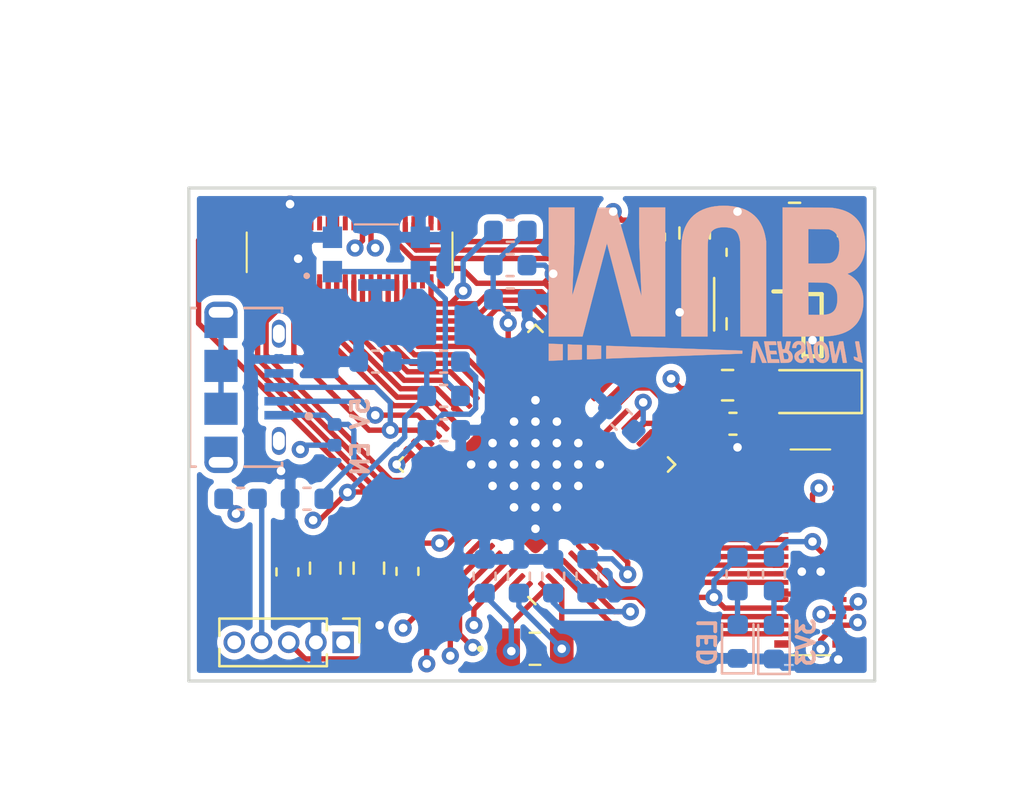
<source format=kicad_pcb>
(kicad_pcb (version 20171130) (host pcbnew "(5.1.6)-1")
  (layers (0 F.Cu signal) (1 In1.Cu power) (2 In2.Cu signal) (31 B.Cu power) (34 B.Paste user) (35 F.Paste user) (36 B.SilkS user) (37 F.SilkS user) (38 B.Mask user) (39 F.Mask user) (44 Edge.Cuts user))
  (net 0 "")
  (net 1 GND)
  (net 2 /VDDCORE)
  (net 3 /RESET)
  (net 4 "Net-(C4-Pad2)")
  (net 5 "Net-(C4-Pad1)")
  (net 6 +3V3)
  (net 7 "Net-(C7-Pad1)")
  (net 8 /AREF)
  (net 9 +VDC)
  (net 10 /OSC0)
  (net 11 /OSC1)
  (net 12 +5V)
  (net 13 "Net-(D1-Pad2)")
  (net 14 "Net-(D2-Pad2)")
  (net 15 "Net-(IC2-Pad64)")
  (net 16 "Net-(IC2-Pad63)")
  (net 17 /SWDIO)
  (net 18 /SWCLK)
  (net 19 /VSW)
  (net 20 /MOSI)
  (net 21 /MISO)
  (net 22 /D+)
  (net 23 /D-)
  (net 24 /CAN_RX)
  (net 25 /CAN_TX)
  (net 26 /RX)
  (net 27 /TX)
  (net 28 /SCK)
  (net 29 /SCL)
  (net 30 /SDA)
  (net 31 "Net-(R2-Pad2)")
  (net 32 "Net-(R19-Pad1)")
  (net 33 "Net-(U3-Pad4)")
  (net 34 /GPIO5)
  (net 35 /GPIO4)
  (net 36 /GPIO3)
  (net 37 /GPIO2)
  (net 38 /GPIO1)
  (net 39 "Net-(J1-Pad44)")
  (net 40 "Net-(J1-Pad43)")
  (net 41 "Net-(J1-Pad42)")
  (net 42 "Net-(J1-Pad41)")
  (net 43 "Net-(J1-Pad30)")
  (net 44 "Net-(J1-Pad28)")
  (net 45 "Net-(J1-Pad22)")
  (net 46 "Net-(J1-Pad20)")
  (net 47 "Net-(J1-Pad18)")
  (net 48 "Net-(J1-Pad16)")
  (net 49 "Net-(J1-Pad14)")
  (net 50 "Net-(J1-Pad12)")
  (net 51 "Net-(J1-Pad10)")
  (net 52 "Net-(J2-Pad44)")
  (net 53 "Net-(J2-Pad43)")
  (net 54 "Net-(J2-Pad42)")
  (net 55 "Net-(J2-Pad41)")
  (net 56 "Net-(J2-Pad20)")
  (net 57 "Net-(J2-Pad10)")
  (net 58 "Net-(J2-Pad3)")
  (net 59 "Net-(J2-Pad1)")
  (net 60 /GPIO0)
  (net 61 /GPIO6)
  (net 62 /GPIO7)
  (net 63 /GPIO8)
  (net 64 /GPIO9)
  (net 65 /GPIO10)
  (net 66 /GPIO11)
  (net 67 /GPIO12)
  (net 68 /GPIO13)
  (net 69 /GPIO14)
  (net 70 /GPIO15)
  (net 71 /GPIO16)
  (net 72 /GPIO17)
  (net 73 /GPIO18)
  (net 74 /GPIO19)
  (net 75 /GPIO20)
  (net 76 /GPIO21)
  (net 77 /GPIO22)
  (net 78 /GPIO23)
  (net 79 /GPIO24)
  (net 80 /GPIO25)
  (net 81 /GPIO26)
  (net 82 /GPIO27)
  (net 83 /GPIO28)
  (net 84 /GPIO29)
  (net 85 /GPIO30)
  (net 86 /GPIO31)
  (net 87 /GPIO32)
  (net 88 "Net-(J4-PadS1)")
  (net 89 "Net-(J4-Pad4)")
  (net 90 "Net-(C13-Pad1)")
  (module Connector_PinHeader_1.27mm:PinHeader_1x05_P1.27mm_Vertical (layer F.Cu) (at 17.2 31.2 270)
    (fp_text reference J3 hide)
    (fp_text value Conn_01x05)
    (pad 5 thru_hole oval (at 0 5.08 270) (size 1 1) (drill 0.65) (layers *.Cu *.Mask) (net 3 /RESET))
    (pad 4 thru_hole oval (at 0 3.81 270) (size 1 1) (drill 0.65) (layers *.Cu *.Mask) (net 18 /SWCLK))
    (pad 3 thru_hole oval (at 0 2.54 270) (size 1 1) (drill 0.65) (layers *.Cu *.Mask) (net 17 /SWDIO))
    (pad 2 thru_hole oval (at 0 1.27 270) (size 1 1) (drill 0.65) (layers *.Cu *.Mask) (net 1 GND))
    (pad 1 thru_hole rect (at 0 0 270) (size 1 1) (drill 0.65) (layers *.Cu *.Mask) (net 6 +3V3))
  )
  (module Resistor_SMD:R_0402_1005Metric (layer B.Cu) (at 16.8 21.515 90)
    (fp_text reference R3 hide)
    (fp_text value 0)
    (pad 2 smd roundrect (at 0.485 0 90) (size 0.59 0.64) (layers B.Cu B.Paste B.Mask) (net 90 "Net-(C13-Pad1)"))
    (pad 1 smd roundrect (at -0.485 0 90) (size 0.59 0.64) (layers B.Cu B.Paste B.Mask) (net 12 +5V))
  )
  (module imgs:logo_v1 (layer B.Cu) (at 34.4 13.9)
    (fp_text reference G*** hide)
    (fp_text value LOGO hide)
  )
  (module Capacitor_SMD:C_0805_2012Metric (layer F.Cu) (at 33.6 12.1 90)
    (fp_text reference C35 hide)
    (fp_text value 10uF)
    (pad 2 smd roundrect (at 0.9375 0 90) (size 0.975 1.4) (layers F.Cu F.Paste F.Mask) (net 1 GND))
    (pad 1 smd roundrect (at -0.9375 0 90) (size 0.975 1.4) (layers F.Cu F.Paste F.Mask) (net 12 +5V))
  )
  (module Capacitor_SMD:C_0603_1608Metric (layer B.Cu) (at 15.5125 24.5 180)
    (fp_text reference C13 hide)
    (fp_text value 1uF)
    (pad 2 smd roundrect (at 0.7875 0 180) (size 0.875 0.95) (layers B.Cu B.Paste B.Mask) (net 1 GND))
    (pad 1 smd roundrect (at -0.7875 0 180) (size 0.875 0.95) (layers B.Cu B.Paste B.Mask) (net 90 "Net-(C13-Pad1)"))
  )
  (module Capacitor_SMD:C_0603_1608Metric (layer B.Cu) (at 21.9 21.3)
    (fp_text reference C8 hide)
    (fp_text value 100nF)
    (pad 1 smd roundrect (at -0.7875 0) (size 0.875 0.95) (layers B.Cu B.Paste B.Mask) (net 6 +3V3))
    (pad 2 smd roundrect (at 0.7875 0) (size 0.875 0.95) (layers B.Cu B.Paste B.Mask) (net 1 GND))
  )
  (module Resistor_SMD:R_0603_1608Metric (layer B.Cu) (at 12.4125 24.5)
    (fp_text reference R15 hide)
    (fp_text value 10k)
    (pad 2 smd roundrect (at 0.7875 0) (size 0.875 0.95) (layers B.Cu B.Paste B.Mask) (net 18 /SWCLK))
    (pad 1 smd roundrect (at -0.7875 0) (size 0.875 0.95) (layers B.Cu B.Paste B.Mask) (net 6 +3V3))
  )
  (module SamacSys_Parts:AMPHENOL_10118194-0001LF (layer B.Cu) (at 11.5 19.3 90)
    (fp_text reference J4 hide)
    (fp_text value 10118194-0001LF)
    (fp_poly (pts (xy 2.3 -0.78) (xy 2.3 0.775) (xy 3.4975 0.775) (xy 3.4975 0.575) (xy 3.485731 0.574662) (xy 3.472748 0.57364) (xy 3.459836 0.571941) (xy 3.447031 0.569567) (xy 3.434368 0.566527) (xy 3.421881 0.562828) (xy 3.409605 0.558481) (xy 3.397573 0.553497) (xy 3.385818 0.547891) (xy 3.374373 0.541677) (xy 3.363269 0.534872) (xy 3.352537 0.527496) (xy 3.342205 0.519567) (xy 3.332302 0.51111) (xy 3.322855 0.502145) (xy 3.31389 0.492698) (xy 3.305433 0.482795) (xy 3.297504 0.472463) (xy 3.290128 0.461731) (xy 3.283323 0.450627) (xy 3.277109 0.439182) (xy 3.271503 0.427427) (xy 3.266519 0.415395) (xy 3.262172 0.403119) (xy 3.258473 0.390632) (xy 3.255433 0.377969) (xy 3.253059 0.365164) (xy 3.25136 0.352252) (xy 3.250338 0.339269) (xy 3.25 0.325) (xy 3.25 0.315) (xy 3.25 -0.315) (xy 3.25 -0.325) (xy 3.250343 -0.338084) (xy 3.25137 -0.351132) (xy 3.253078 -0.364109) (xy 3.255463 -0.376978) (xy 3.258519 -0.389705) (xy 3.262236 -0.402254) (xy 3.266605 -0.414592) (xy 3.271614 -0.426684) (xy 3.277248 -0.438498) (xy 3.283494 -0.45) (xy 3.290332 -0.46116) (xy 3.297746 -0.471946) (xy 3.305714 -0.48233) (xy 3.314214 -0.492283) (xy 3.323223 -0.501777) (xy 3.332717 -0.510786) (xy 3.34267 -0.519286) (xy 3.353054 -0.527254) (xy 3.36384 -0.534668) (xy 3.375 -0.541506) (xy 3.386502 -0.547752) (xy 3.398316 -0.553386) (xy 3.410408 -0.558395) (xy 3.422746 -0.562764) (xy 3.435295 -0.566481) (xy 3.448022 -0.569537) (xy 3.460891 -0.571922) (xy 3.473868 -0.57363) (xy 3.486916 -0.574657) (xy 3.5 -0.575) (xy 3.513084 -0.574657) (xy 3.526132 -0.57363) (xy 3.539109 -0.571922) (xy 3.551978 -0.569537) (xy 3.564705 -0.566481) (xy 3.577254 -0.562764) (xy 3.589592 -0.558395) (xy 3.601684 -0.553386) (xy 3.613498 -0.547752) (xy 3.625 -0.541506) (xy 3.63616 -0.534668) (xy 3.646946 -0.527254) (xy 3.65733 -0.519286) (xy 3.667283 -0.510786) (xy 3.676777 -0.501777) (xy 3.685786 -0.492283) (xy 3.694286 -0.48233) (xy 3.702254 -0.471946) (xy 3.709668 -0.46116) (xy 3.716506 -0.45) (xy 3.722752 -0.438498) (xy 3.728386 -0.426684) (xy 3.733395 -0.414592) (xy 3.737764 -0.402254) (xy 3.741481 -0.389705) (xy 3.744537 -0.376978) (xy 3.746922 -0.364109) (xy 3.74863 -0.351132) (xy 3.749657 -0.338084) (xy 3.75 -0.325) (xy 3.75 0.325) (xy 3.749662 0.339269) (xy 3.74864 0.352252) (xy 3.746941 0.365164) (xy 3.744567 0.377969) (xy 3.741527 0.390632) (xy 3.737828 0.403119) (xy 3.733481 0.415395) (xy 3.728497 0.427427) (xy 3.722891 0.439182) (xy 3.716677 0.450627) (xy 3.709872 0.461731) (xy 3.702496 0.472463) (xy 3.694567 0.482795) (xy 3.68611 0.492698) (xy 3.677145 0.502145) (xy 3.667698 0.51111) (xy 3.657795 0.519567) (xy 3.647463 0.527496) (xy 3.636731 0.534872) (xy 3.625627 0.541677) (xy 3.614182 0.547891) (xy 3.602427 0.553497) (xy 3.590395 0.558481) (xy 3.578119 0.562828) (xy 3.565632 0.566527) (xy 3.552969 0.569567) (xy 3.540164 0.571941) (xy 3.527252 0.57364) (xy 3.514269 0.574662) (xy 3.5025 0.575) (xy 3.5025 0.775) (xy 3.527353 0.774318) (xy 3.553384 0.772269) (xy 3.579272 0.768861) (xy 3.604946 0.764103) (xy 3.630336 0.758007) (xy 3.655373 0.750591) (xy 3.679987 0.741875) (xy 3.704111 0.731882) (xy 3.727678 0.720641) (xy 3.750626 0.708182) (xy 3.77289 0.694538) (xy 3.794409 0.679748) (xy 3.815125 0.663853) (xy 3.83498 0.646895) (xy 3.853921 0.628921) (xy 3.871895 0.60998) (xy 3.888853 0.590125) (xy 3.904748 0.569409) (xy 3.919538 0.54789) (xy 3.933182 0.525626) (xy 3.945641 0.502678) (xy 3.956882 0.479111) (xy 3.966875 0.454987) (xy 3.975591 0.430373) (xy 3.983007 0.405336) (xy 3.989103 0.379946) (xy 3.993861 0.354272) (xy 3.997269 0.328384) (xy 3.999318 0.302353) (xy 4 0.275) (xy 4 -0.275) (xy 3.999315 -0.301168) (xy 3.997261 -0.327264) (xy 3.993844 -0.353217) (xy 3.989074 -0.378956) (xy 3.982963 -0.40441) (xy 3.975528 -0.429508) (xy 3.96679 -0.454184) (xy 3.956773 -0.478368) (xy 3.945503 -0.501995) (xy 3.933013 -0.525) (xy 3.919335 -0.54732) (xy 3.904508 -0.568893) (xy 3.888573 -0.58966) (xy 3.871572 -0.609565) (xy 3.853553 -0.628553) (xy 3.834565 -0.646572) (xy 3.81466 -0.663573) (xy 3.793893 -0.679508) (xy 3.77232 -0.694335) (xy 3.75 -0.708013) (xy 3.726995 -0.720503) (xy 3.703368 -0.731773) (xy 3.679184 -0.74179) (xy 3.654508 -0.750528) (xy 3.62941 -0.757963) (xy 3.603956 -0.764074) (xy 3.578217 -0.768844) (xy 3.552264 -0.772261) (xy 3.526168 -0.774315) (xy 3.5 -0.775) (xy 2.305 -0.775) (xy 2.305 -0.78) (xy 2.3 -0.78)) (layer B.Cu) (width 0.001))
    (fp_poly (pts (xy -2.3 0.78) (xy -2.3 -0.775) (xy -3.4975 -0.775) (xy -3.4975 -0.575) (xy -3.485731 -0.574662) (xy -3.472748 -0.57364) (xy -3.459836 -0.571941) (xy -3.447031 -0.569567) (xy -3.434368 -0.566527) (xy -3.421881 -0.562828) (xy -3.409605 -0.558481) (xy -3.397573 -0.553497) (xy -3.385818 -0.547891) (xy -3.374373 -0.541677) (xy -3.363269 -0.534872) (xy -3.352537 -0.527496) (xy -3.342205 -0.519567) (xy -3.332302 -0.51111) (xy -3.322855 -0.502145) (xy -3.31389 -0.492698) (xy -3.305433 -0.482795) (xy -3.297504 -0.472463) (xy -3.290128 -0.461731) (xy -3.283323 -0.450627) (xy -3.277109 -0.439182) (xy -3.271503 -0.427427) (xy -3.266519 -0.415395) (xy -3.262172 -0.403119) (xy -3.258473 -0.390632) (xy -3.255433 -0.377969) (xy -3.253059 -0.365164) (xy -3.25136 -0.352252) (xy -3.250338 -0.339269) (xy -3.25 -0.325) (xy -3.25 -0.315) (xy -3.25 0.315) (xy -3.25 0.325) (xy -3.250343 0.338084) (xy -3.25137 0.351132) (xy -3.253078 0.364109) (xy -3.255463 0.376978) (xy -3.258519 0.389705) (xy -3.262236 0.402254) (xy -3.266605 0.414592) (xy -3.271614 0.426684) (xy -3.277248 0.438498) (xy -3.283494 0.45) (xy -3.290332 0.46116) (xy -3.297746 0.471946) (xy -3.305714 0.48233) (xy -3.314214 0.492283) (xy -3.323223 0.501777) (xy -3.332717 0.510786) (xy -3.34267 0.519286) (xy -3.353054 0.527254) (xy -3.36384 0.534668) (xy -3.375 0.541506) (xy -3.386502 0.547752) (xy -3.398316 0.553386) (xy -3.410408 0.558395) (xy -3.422746 0.562764) (xy -3.435295 0.566481) (xy -3.448022 0.569537) (xy -3.460891 0.571922) (xy -3.473868 0.57363) (xy -3.486916 0.574657) (xy -3.5 0.575) (xy -3.513084 0.574657) (xy -3.526132 0.57363) (xy -3.539109 0.571922) (xy -3.551978 0.569537) (xy -3.564705 0.566481) (xy -3.577254 0.562764) (xy -3.589592 0.558395) (xy -3.601684 0.553386) (xy -3.613498 0.547752) (xy -3.625 0.541506) (xy -3.63616 0.534668) (xy -3.646946 0.527254) (xy -3.65733 0.519286) (xy -3.667283 0.510786) (xy -3.676777 0.501777) (xy -3.685786 0.492283) (xy -3.694286 0.48233) (xy -3.702254 0.471946) (xy -3.709668 0.46116) (xy -3.716506 0.45) (xy -3.722752 0.438498) (xy -3.728386 0.426684) (xy -3.733395 0.414592) (xy -3.737764 0.402254) (xy -3.741481 0.389705) (xy -3.744537 0.376978) (xy -3.746922 0.364109) (xy -3.74863 0.351132) (xy -3.749657 0.338084) (xy -3.75 0.325) (xy -3.75 -0.325) (xy -3.749662 -0.339269) (xy -3.74864 -0.352252) (xy -3.746941 -0.365164) (xy -3.744567 -0.377969) (xy -3.741527 -0.390632) (xy -3.737828 -0.403119) (xy -3.733481 -0.415395) (xy -3.728497 -0.427427) (xy -3.722891 -0.439182) (xy -3.716677 -0.450627) (xy -3.709872 -0.461731) (xy -3.702496 -0.472463) (xy -3.694567 -0.482795) (xy -3.68611 -0.492698) (xy -3.677145 -0.502145) (xy -3.667698 -0.51111) (xy -3.657795 -0.519567) (xy -3.647463 -0.527496) (xy -3.636731 -0.534872) (xy -3.625627 -0.541677) (xy -3.614182 -0.547891) (xy -3.602427 -0.553497) (xy -3.590395 -0.558481) (xy -3.578119 -0.562828) (xy -3.565632 -0.566527) (xy -3.552969 -0.569567) (xy -3.540164 -0.571941) (xy -3.527252 -0.57364) (xy -3.514269 -0.574662) (xy -3.5025 -0.575) (xy -3.5025 -0.775) (xy -3.527353 -0.774318) (xy -3.553384 -0.772269) (xy -3.579272 -0.768861) (xy -3.604946 -0.764103) (xy -3.630336 -0.758007) (xy -3.655373 -0.750591) (xy -3.679987 -0.741875) (xy -3.704111 -0.731882) (xy -3.727678 -0.720641) (xy -3.750626 -0.708182) (xy -3.77289 -0.694538) (xy -3.794409 -0.679748) (xy -3.815125 -0.663853) (xy -3.83498 -0.646895) (xy -3.853921 -0.628921) (xy -3.871895 -0.60998) (xy -3.888853 -0.590125) (xy -3.904748 -0.569409) (xy -3.919538 -0.54789) (xy -3.933182 -0.525626) (xy -3.945641 -0.502678) (xy -3.956882 -0.479111) (xy -3.966875 -0.454987) (xy -3.975591 -0.430373) (xy -3.983007 -0.405336) (xy -3.989103 -0.379946) (xy -3.993861 -0.354272) (xy -3.997269 -0.328384) (xy -3.999318 -0.302353) (xy -4 -0.275) (xy -4 0.275) (xy -3.999315 0.301168) (xy -3.997261 0.327264) (xy -3.993844 0.353217) (xy -3.989074 0.378956) (xy -3.982963 0.40441) (xy -3.975528 0.429508) (xy -3.96679 0.454184) (xy -3.956773 0.478368) (xy -3.945503 0.501995) (xy -3.933013 0.525) (xy -3.919335 0.54732) (xy -3.904508 0.568893) (xy -3.888573 0.58966) (xy -3.871572 0.609565) (xy -3.853553 0.628553) (xy -3.834565 0.646572) (xy -3.81466 0.663573) (xy -3.793893 0.679508) (xy -3.77232 0.694335) (xy -3.75 0.708013) (xy -3.726995 0.720503) (xy -3.703368 0.731773) (xy -3.679184 0.74179) (xy -3.654508 0.750528) (xy -3.62941 0.757963) (xy -3.603956 0.764074) (xy -3.578217 0.768844) (xy -3.552264 0.772261) (xy -3.526168 0.774315) (xy -3.5 0.775) (xy -2.305 0.775) (xy -2.305 0.78) (xy -2.3 0.78)) (layer B.Cu) (width 0.001))
    (pad S6 thru_hole oval (at 3.5 0 90) (size 0.775 1.55) (drill oval 0.5 1.15) (layers *.Cu *.Mask) (net 88 "Net-(J4-PadS1)"))
    (pad S5 smd rect (at 1 0 90) (size 1.5 1.55) (layers B.Cu B.Paste B.Mask) (net 88 "Net-(J4-PadS1)"))
    (pad S4 smd rect (at -1 0 90) (size 1.5 1.55) (layers B.Cu B.Paste B.Mask) (net 88 "Net-(J4-PadS1)"))
    (pad S3 thru_hole oval (at -3.5 0 90) (size 0.775 1.55) (drill oval 0.5 1.15) (layers *.Cu *.Mask) (net 88 "Net-(J4-PadS1)"))
    (pad S2 thru_hole oval (at 2.5 2.7 90) (size 1.3 0.65) (drill oval 0.85 0.55) (layers *.Cu *.Mask) (net 88 "Net-(J4-PadS1)"))
    (pad S1 thru_hole oval (at -2.5 2.7 90) (size 1.3 0.65) (drill oval 0.85 0.55) (layers *.Cu *.Mask) (net 88 "Net-(J4-PadS1)"))
    (pad 5 smd rect (at 1.3 2.7 90) (size 0.4 1.35) (layers B.Cu B.Paste B.Mask) (net 1 GND))
    (pad 4 smd rect (at 0.65 2.7 90) (size 0.4 1.35) (layers B.Cu B.Paste B.Mask) (net 89 "Net-(J4-Pad4)"))
    (pad 3 smd rect (at 0 2.7 90) (size 0.4 1.35) (layers B.Cu B.Paste B.Mask) (net 22 /D+))
    (pad 2 smd rect (at -0.65 2.7 90) (size 0.4 1.35) (layers B.Cu B.Paste B.Mask) (net 23 /D-))
    (pad 1 smd rect (at -1.3 2.7 90) (size 0.4 1.35) (layers B.Cu B.Paste B.Mask) (net 90 "Net-(C13-Pad1)"))
  )
  (module Package_DFN_QFN:QFN-64-1EP_9x9mm_P0.5mm_EP6x6mm (layer F.Cu) (at 26.172272 22.9 135)
    (fp_text reference IC2 hide)
    (fp_text value ATSAMD51J19A-MU)
    (pad 65 smd roundrect (at 0 0 135) (size 6 6) (layers F.Cu F.Mask) (roundrect_rratio 0.041667) (net 1 GND))
    (pad 1 smd roundrect (at -4.4375 -3.75 135) (size 0.875 0.25) (layers F.Cu F.Paste F.Mask) (net 10 /OSC0))
    (pad 2 smd roundrect (at -4.4375 -3.25 135) (size 0.875 0.25) (layers F.Cu F.Paste F.Mask) (net 11 /OSC1))
    (pad 3 smd roundrect (at -4.4375 -2.75 135) (size 0.875 0.25) (layers F.Cu F.Paste F.Mask) (net 60 /GPIO0))
    (pad 4 smd roundrect (at -4.4375 -2.25 135) (size 0.875 0.25) (layers F.Cu F.Paste F.Mask) (net 8 /AREF))
    (pad 5 smd roundrect (at -4.4375 -1.75 135) (size 0.875 0.25) (layers F.Cu F.Paste F.Mask) (net 38 /GPIO1))
    (pad 6 smd roundrect (at -4.4375 -1.25 135) (size 0.875 0.25) (layers F.Cu F.Paste F.Mask) (net 37 /GPIO2))
    (pad 7 smd roundrect (at -4.4375 -0.75 135) (size 0.875 0.25) (layers F.Cu F.Paste F.Mask) (net 1 GND))
    (pad 8 smd roundrect (at -4.4375 -0.25 135) (size 0.875 0.25) (layers F.Cu F.Paste F.Mask) (net 6 +3V3))
    (pad 9 smd roundrect (at -4.4375 0.25 135) (size 0.875 0.25) (layers F.Cu F.Paste F.Mask) (net 36 /GPIO3))
    (pad 10 smd roundrect (at -4.4375 0.75 135) (size 0.875 0.25) (layers F.Cu F.Paste F.Mask) (net 35 /GPIO4))
    (pad 11 smd roundrect (at -4.4375 1.25 135) (size 0.875 0.25) (layers F.Cu F.Paste F.Mask) (net 34 /GPIO5))
    (pad 12 smd roundrect (at -4.4375 1.75 135) (size 0.875 0.25) (layers F.Cu F.Paste F.Mask) (net 61 /GPIO6))
    (pad 13 smd roundrect (at -4.4375 2.25 135) (size 0.875 0.25) (layers F.Cu F.Paste F.Mask) (net 62 /GPIO7))
    (pad 14 smd roundrect (at -4.4375 2.75 135) (size 0.875 0.25) (layers F.Cu F.Paste F.Mask) (net 63 /GPIO8))
    (pad 15 smd roundrect (at -4.4375 3.25 135) (size 0.875 0.25) (layers F.Cu F.Paste F.Mask) (net 64 /GPIO9))
    (pad 16 smd roundrect (at -4.4375 3.75 135) (size 0.875 0.25) (layers F.Cu F.Paste F.Mask) (net 65 /GPIO10))
    (pad 17 smd roundrect (at -3.75 4.4375 135) (size 0.25 0.875) (layers F.Cu F.Paste F.Mask) (net 66 /GPIO11))
    (pad 18 smd roundrect (at -3.25 4.4375 135) (size 0.25 0.875) (layers F.Cu F.Paste F.Mask) (net 67 /GPIO12))
    (pad 19 smd roundrect (at -2.75 4.4375 135) (size 0.25 0.875) (layers F.Cu F.Paste F.Mask) (net 68 /GPIO13))
    (pad 20 smd roundrect (at -2.25 4.4375 135) (size 0.25 0.875) (layers F.Cu F.Paste F.Mask) (net 69 /GPIO14))
    (pad 21 smd roundrect (at -1.75 4.4375 135) (size 0.25 0.875) (layers F.Cu F.Paste F.Mask) (net 6 +3V3))
    (pad 22 smd roundrect (at -1.25 4.4375 135) (size 0.25 0.875) (layers F.Cu F.Paste F.Mask) (net 1 GND))
    (pad 23 smd roundrect (at -0.75 4.4375 135) (size 0.25 0.875) (layers F.Cu F.Paste F.Mask) (net 70 /GPIO15))
    (pad 24 smd roundrect (at -0.25 4.4375 135) (size 0.25 0.875) (layers F.Cu F.Paste F.Mask) (net 71 /GPIO16))
    (pad 25 smd roundrect (at 0.25 4.4375 135) (size 0.25 0.875) (layers F.Cu F.Paste F.Mask) (net 72 /GPIO17))
    (pad 26 smd roundrect (at 0.75 4.4375 135) (size 0.25 0.875) (layers F.Cu F.Paste F.Mask) (net 73 /GPIO18))
    (pad 27 smd roundrect (at 1.25 4.4375 135) (size 0.25 0.875) (layers F.Cu F.Paste F.Mask) (net 74 /GPIO19))
    (pad 28 smd roundrect (at 1.75 4.4375 135) (size 0.25 0.875) (layers F.Cu F.Paste F.Mask) (net 75 /GPIO20))
    (pad 29 smd roundrect (at 2.25 4.4375 135) (size 0.25 0.875) (layers F.Cu F.Paste F.Mask) (net 30 /SDA))
    (pad 30 smd roundrect (at 2.75 4.4375 135) (size 0.25 0.875) (layers F.Cu F.Paste F.Mask) (net 29 /SCL))
    (pad 31 smd roundrect (at 3.25 4.4375 135) (size 0.25 0.875) (layers F.Cu F.Paste F.Mask) (net 76 /GPIO21))
    (pad 32 smd roundrect (at 3.75 4.4375 135) (size 0.25 0.875) (layers F.Cu F.Paste F.Mask) (net 77 /GPIO22))
    (pad 33 smd roundrect (at 4.4375 3.75 135) (size 0.875 0.25) (layers F.Cu F.Paste F.Mask) (net 1 GND))
    (pad 34 smd roundrect (at 4.4375 3.25 135) (size 0.875 0.25) (layers F.Cu F.Paste F.Mask) (net 6 +3V3))
    (pad 35 smd roundrect (at 4.4375 2.75 135) (size 0.875 0.25) (layers F.Cu F.Paste F.Mask) (net 78 /GPIO23))
    (pad 36 smd roundrect (at 4.4375 2.25 135) (size 0.875 0.25) (layers F.Cu F.Paste F.Mask) (net 28 /SCK))
    (pad 37 smd roundrect (at 4.4375 1.75 135) (size 0.875 0.25) (layers F.Cu F.Paste F.Mask) (net 79 /GPIO24))
    (pad 38 smd roundrect (at 4.4375 1.25 135) (size 0.875 0.25) (layers F.Cu F.Paste F.Mask) (net 80 /GPIO25))
    (pad 39 smd roundrect (at 4.4375 0.75 135) (size 0.875 0.25) (layers F.Cu F.Paste F.Mask) (net 27 /TX))
    (pad 40 smd roundrect (at 4.4375 0.25 135) (size 0.875 0.25) (layers F.Cu F.Paste F.Mask) (net 26 /RX))
    (pad 41 smd roundrect (at 4.4375 -0.25 135) (size 0.875 0.25) (layers F.Cu F.Paste F.Mask) (net 81 /GPIO26))
    (pad 42 smd roundrect (at 4.4375 -0.75 135) (size 0.875 0.25) (layers F.Cu F.Paste F.Mask) (net 82 /GPIO27))
    (pad 43 smd roundrect (at 4.4375 -1.25 135) (size 0.875 0.25) (layers F.Cu F.Paste F.Mask) (net 25 /CAN_TX))
    (pad 44 smd roundrect (at 4.4375 -1.75 135) (size 0.875 0.25) (layers F.Cu F.Paste F.Mask) (net 24 /CAN_RX))
    (pad 45 smd roundrect (at 4.4375 -2.25 135) (size 0.875 0.25) (layers F.Cu F.Paste F.Mask) (net 23 /D-))
    (pad 46 smd roundrect (at 4.4375 -2.75 135) (size 0.875 0.25) (layers F.Cu F.Paste F.Mask) (net 22 /D+))
    (pad 47 smd roundrect (at 4.4375 -3.25 135) (size 0.875 0.25) (layers F.Cu F.Paste F.Mask) (net 1 GND))
    (pad 48 smd roundrect (at 4.4375 -3.75 135) (size 0.875 0.25) (layers F.Cu F.Paste F.Mask) (net 6 +3V3))
    (pad 49 smd roundrect (at 3.75 -4.4375 135) (size 0.25 0.875) (layers F.Cu F.Paste F.Mask) (net 21 /MISO))
    (pad 50 smd roundrect (at 3.25 -4.4375 135) (size 0.25 0.875) (layers F.Cu F.Paste F.Mask) (net 20 /MOSI))
    (pad 51 smd roundrect (at 2.75 -4.4375 135) (size 0.25 0.875) (layers F.Cu F.Paste F.Mask) (net 83 /GPIO28))
    (pad 52 smd roundrect (at 2.25 -4.4375 135) (size 0.25 0.875) (layers F.Cu F.Paste F.Mask) (net 3 /RESET))
    (pad 53 smd roundrect (at 1.75 -4.4375 135) (size 0.25 0.875) (layers F.Cu F.Paste F.Mask) (net 2 /VDDCORE))
    (pad 54 smd roundrect (at 1.25 -4.4375 135) (size 0.25 0.875) (layers F.Cu F.Paste F.Mask) (net 1 GND))
    (pad 55 smd roundrect (at 0.75 -4.4375 135) (size 0.25 0.875) (layers F.Cu F.Paste F.Mask) (net 19 /VSW))
    (pad 56 smd roundrect (at 0.25 -4.4375 135) (size 0.25 0.875) (layers F.Cu F.Paste F.Mask) (net 6 +3V3))
    (pad 57 smd roundrect (at -0.25 -4.4375 135) (size 0.25 0.875) (layers F.Cu F.Paste F.Mask) (net 18 /SWCLK))
    (pad 58 smd roundrect (at -0.75 -4.4375 135) (size 0.25 0.875) (layers F.Cu F.Paste F.Mask) (net 17 /SWDIO))
    (pad 59 smd roundrect (at -1.25 -4.4375 135) (size 0.25 0.875) (layers F.Cu F.Paste F.Mask) (net 84 /GPIO29))
    (pad 60 smd roundrect (at -1.75 -4.4375 135) (size 0.25 0.875) (layers F.Cu F.Paste F.Mask) (net 85 /GPIO30))
    (pad 61 smd roundrect (at -2.25 -4.4375 135) (size 0.25 0.875) (layers F.Cu F.Paste F.Mask) (net 86 /GPIO31))
    (pad 62 smd roundrect (at -2.75 -4.4375 135) (size 0.25 0.875) (layers F.Cu F.Paste F.Mask) (net 87 /GPIO32))
    (pad 63 smd roundrect (at -3.25 -4.4375 135) (size 0.25 0.875) (layers F.Cu F.Paste F.Mask) (net 16 "Net-(IC2-Pad63)"))
    (pad 64 smd roundrect (at -3.75 -4.4375 135) (size 0.25 0.875) (layers F.Cu F.Paste F.Mask) (net 15 "Net-(IC2-Pad64)"))
  )
  (module SamacSys_Parts:DF40C40DP04V51 (layer F.Cu) (at 39 27 270)
    (fp_text reference J2 hide)
    (fp_text value DF40C-40DP-0.4V_51_ hide)
    (pad 44 smd rect (at 4.275 -1.355 270) (size 0.35 0.66) (layers F.Cu F.Paste F.Mask) (net 52 "Net-(J2-Pad44)"))
    (pad 43 smd rect (at 4.275 1.355 270) (size 0.35 0.66) (layers F.Cu F.Paste F.Mask) (net 53 "Net-(J2-Pad43)"))
    (pad 42 smd rect (at -4.275 -1.355 270) (size 0.35 0.66) (layers F.Cu F.Paste F.Mask) (net 54 "Net-(J2-Pad42)"))
    (pad 41 smd rect (at -4.275 1.355 270) (size 0.35 0.66) (layers F.Cu F.Paste F.Mask) (net 55 "Net-(J2-Pad41)"))
    (pad 40 smd rect (at 3.8 -1.355 270) (size 0.23 0.66) (layers F.Cu F.Paste F.Mask) (net 84 /GPIO29))
    (pad 39 smd rect (at 3.8 1.355 270) (size 0.23 0.66) (layers F.Cu F.Paste F.Mask) (net 60 /GPIO0))
    (pad 38 smd rect (at 3.4 -1.355 270) (size 0.23 0.66) (layers F.Cu F.Paste F.Mask) (net 85 /GPIO30))
    (pad 37 smd rect (at 3.4 1.355 270) (size 0.23 0.66) (layers F.Cu F.Paste F.Mask) (net 38 /GPIO1))
    (pad 36 smd rect (at 3 -1.355 270) (size 0.23 0.66) (layers F.Cu F.Paste F.Mask) (net 86 /GPIO31))
    (pad 35 smd rect (at 3 1.355 270) (size 0.23 0.66) (layers F.Cu F.Paste F.Mask) (net 37 /GPIO2))
    (pad 34 smd rect (at 2.6 -1.355 270) (size 0.23 0.66) (layers F.Cu F.Paste F.Mask) (net 87 /GPIO32))
    (pad 33 smd rect (at 2.6 1.355 270) (size 0.23 0.66) (layers F.Cu F.Paste F.Mask) (net 36 /GPIO3))
    (pad 32 smd rect (at 2.2 -1.355 270) (size 0.23 0.66) (layers F.Cu F.Paste F.Mask) (net 1 GND))
    (pad 31 smd rect (at 2.2 1.355 270) (size 0.23 0.66) (layers F.Cu F.Paste F.Mask) (net 1 GND))
    (pad 30 smd rect (at 1.8 -1.355 270) (size 0.23 0.66) (layers F.Cu F.Paste F.Mask) (net 1 GND))
    (pad 29 smd rect (at 1.8 1.355 270) (size 0.23 0.66) (layers F.Cu F.Paste F.Mask) (net 1 GND))
    (pad 28 smd rect (at 1.4 -1.355 270) (size 0.23 0.66) (layers F.Cu F.Paste F.Mask) (net 6 +3V3))
    (pad 27 smd rect (at 1.4 1.355 270) (size 0.23 0.66) (layers F.Cu F.Paste F.Mask) (net 35 /GPIO4))
    (pad 26 smd rect (at 1 -1.355 270) (size 0.23 0.66) (layers F.Cu F.Paste F.Mask) (net 6 +3V3))
    (pad 25 smd rect (at 1 1.355 270) (size 0.23 0.66) (layers F.Cu F.Paste F.Mask) (net 34 /GPIO5))
    (pad 24 smd rect (at 0.6 -1.355 270) (size 0.23 0.66) (layers F.Cu F.Paste F.Mask) (net 6 +3V3))
    (pad 23 smd rect (at 0.6 1.355 270) (size 0.23 0.66) (layers F.Cu F.Paste F.Mask) (net 61 /GPIO6))
    (pad 22 smd rect (at 0.2 -1.355 270) (size 0.23 0.66) (layers F.Cu F.Paste F.Mask) (net 6 +3V3))
    (pad 21 smd rect (at 0.2 1.355 270) (size 0.23 0.66) (layers F.Cu F.Paste F.Mask) (net 62 /GPIO7))
    (pad 20 smd rect (at -0.2 -1.355 270) (size 0.23 0.66) (layers F.Cu F.Paste F.Mask) (net 56 "Net-(J2-Pad20)"))
    (pad 19 smd rect (at -0.2 1.355 270) (size 0.23 0.66) (layers F.Cu F.Paste F.Mask) (net 63 /GPIO8))
    (pad 18 smd rect (at -0.6 -1.355 270) (size 0.23 0.66) (layers F.Cu F.Paste F.Mask) (net 12 +5V))
    (pad 17 smd rect (at -0.6 1.355 270) (size 0.23 0.66) (layers F.Cu F.Paste F.Mask) (net 64 /GPIO9))
    (pad 16 smd rect (at -1 -1.355 270) (size 0.23 0.66) (layers F.Cu F.Paste F.Mask) (net 12 +5V))
    (pad 15 smd rect (at -1 1.355 270) (size 0.23 0.66) (layers F.Cu F.Paste F.Mask) (net 65 /GPIO10))
    (pad 14 smd rect (at -1.4 -1.355 270) (size 0.23 0.66) (layers F.Cu F.Paste F.Mask) (net 12 +5V))
    (pad 13 smd rect (at -1.4 1.355 270) (size 0.23 0.66) (layers F.Cu F.Paste F.Mask) (net 66 /GPIO11))
    (pad 12 smd rect (at -1.8 -1.355 270) (size 0.23 0.66) (layers F.Cu F.Paste F.Mask) (net 12 +5V))
    (pad 11 smd rect (at -1.8 1.355 270) (size 0.23 0.66) (layers F.Cu F.Paste F.Mask) (net 67 /GPIO12))
    (pad 10 smd rect (at -2.2 -1.355 270) (size 0.23 0.66) (layers F.Cu F.Paste F.Mask) (net 57 "Net-(J2-Pad10)"))
    (pad 9 smd rect (at -2.2 1.355 270) (size 0.23 0.66) (layers F.Cu F.Paste F.Mask) (net 68 /GPIO13))
    (pad 8 smd rect (at -2.6 -1.355 270) (size 0.23 0.66) (layers F.Cu F.Paste F.Mask) (net 9 +VDC))
    (pad 7 smd rect (at -2.6 1.355 270) (size 0.23 0.66) (layers F.Cu F.Paste F.Mask) (net 69 /GPIO14))
    (pad 6 smd rect (at -3 -1.355 270) (size 0.23 0.66) (layers F.Cu F.Paste F.Mask) (net 9 +VDC))
    (pad 5 smd rect (at -3 1.355 270) (size 0.23 0.66) (layers F.Cu F.Paste F.Mask) (net 70 /GPIO15))
    (pad 4 smd rect (at -3.4 -1.355 270) (size 0.23 0.66) (layers F.Cu F.Paste F.Mask) (net 9 +VDC))
    (pad 3 smd rect (at -3.4 1.355 270) (size 0.23 0.66) (layers F.Cu F.Paste F.Mask) (net 58 "Net-(J2-Pad3)"))
    (pad 2 smd rect (at -3.8 -1.355 270) (size 0.23 0.66) (layers F.Cu F.Paste F.Mask) (net 9 +VDC))
    (pad 1 smd rect (at -3.8 1.355 270) (size 0.23 0.66) (layers F.Cu F.Paste F.Mask) (net 59 "Net-(J2-Pad1)"))
  )
  (module SamacSys_Parts:KMR421GULCLFS (layer B.Cu) (at 18.75 13.1)
    (fp_text reference S1 hide)
    (fp_text value KMR243GLFG hide)
    (pad 5 smd rect (at 0 1.425 270) (size 0.55 1.7) (layers B.Cu B.Paste B.Mask) (net 1 GND))
    (pad 4 smd rect (at 2.05 0.8) (size 0.9 1) (layers B.Cu B.Paste B.Mask) (net 32 "Net-(R19-Pad1)"))
    (pad 3 smd rect (at 2.05 -0.8) (size 0.9 1) (layers B.Cu B.Paste B.Mask) (net 1 GND))
    (pad 2 smd rect (at -2.05 -0.8) (size 0.9 1) (layers B.Cu B.Paste B.Mask) (net 1 GND))
    (pad 1 smd rect (at -2.05 0.8) (size 0.9 1) (layers B.Cu B.Paste B.Mask) (net 32 "Net-(R19-Pad1)"))
  )
  (module SamacSys_Parts:DF40C40DP04V51 (layer F.Cu) (at 17.5 13)
    (fp_text reference J1 hide)
    (fp_text value DF40C-40DP-0.4V_51_ hide)
    (pad 44 smd rect (at 4.275 -1.355) (size 0.35 0.66) (layers F.Cu F.Paste F.Mask) (net 39 "Net-(J1-Pad44)"))
    (pad 43 smd rect (at 4.275 1.355) (size 0.35 0.66) (layers F.Cu F.Paste F.Mask) (net 40 "Net-(J1-Pad43)"))
    (pad 42 smd rect (at -4.275 -1.355) (size 0.35 0.66) (layers F.Cu F.Paste F.Mask) (net 41 "Net-(J1-Pad42)"))
    (pad 41 smd rect (at -4.275 1.355) (size 0.35 0.66) (layers F.Cu F.Paste F.Mask) (net 42 "Net-(J1-Pad41)"))
    (pad 40 smd rect (at 3.8 -1.355) (size 0.23 0.66) (layers F.Cu F.Paste F.Mask) (net 72 /GPIO17))
    (pad 39 smd rect (at 3.8 1.355) (size 0.23 0.66) (layers F.Cu F.Paste F.Mask) (net 29 /SCL))
    (pad 38 smd rect (at 3.4 -1.355) (size 0.23 0.66) (layers F.Cu F.Paste F.Mask) (net 71 /GPIO16))
    (pad 37 smd rect (at 3.4 1.355) (size 0.23 0.66) (layers F.Cu F.Paste F.Mask) (net 30 /SDA))
    (pad 36 smd rect (at 3 -1.355) (size 0.23 0.66) (layers F.Cu F.Paste F.Mask) (net 73 /GPIO18))
    (pad 35 smd rect (at 3 1.355) (size 0.23 0.66) (layers F.Cu F.Paste F.Mask) (net 76 /GPIO21))
    (pad 34 smd rect (at 2.6 -1.355) (size 0.23 0.66) (layers F.Cu F.Paste F.Mask) (net 74 /GPIO19))
    (pad 33 smd rect (at 2.6 1.355) (size 0.23 0.66) (layers F.Cu F.Paste F.Mask) (net 77 /GPIO22))
    (pad 32 smd rect (at 2.2 -1.355) (size 0.23 0.66) (layers F.Cu F.Paste F.Mask) (net 75 /GPIO20))
    (pad 31 smd rect (at 2.2 1.355) (size 0.23 0.66) (layers F.Cu F.Paste F.Mask) (net 78 /GPIO23))
    (pad 30 smd rect (at 1.8 -1.355) (size 0.23 0.66) (layers F.Cu F.Paste F.Mask) (net 43 "Net-(J1-Pad30)"))
    (pad 29 smd rect (at 1.8 1.355) (size 0.23 0.66) (layers F.Cu F.Paste F.Mask) (net 28 /SCK))
    (pad 28 smd rect (at 1.4 -1.355) (size 0.23 0.66) (layers F.Cu F.Paste F.Mask) (net 44 "Net-(J1-Pad28)"))
    (pad 27 smd rect (at 1.4 1.355) (size 0.23 0.66) (layers F.Cu F.Paste F.Mask) (net 79 /GPIO24))
    (pad 26 smd rect (at 1 -1.355) (size 0.23 0.66) (layers F.Cu F.Paste F.Mask) (net 17 /SWDIO))
    (pad 25 smd rect (at 1 1.355) (size 0.23 0.66) (layers F.Cu F.Paste F.Mask) (net 80 /GPIO25))
    (pad 24 smd rect (at 0.6 -1.355) (size 0.23 0.66) (layers F.Cu F.Paste F.Mask) (net 18 /SWCLK))
    (pad 23 smd rect (at 0.6 1.355) (size 0.23 0.66) (layers F.Cu F.Paste F.Mask) (net 27 /TX))
    (pad 22 smd rect (at 0.2 -1.355) (size 0.23 0.66) (layers F.Cu F.Paste F.Mask) (net 45 "Net-(J1-Pad22)"))
    (pad 21 smd rect (at 0.2 1.355) (size 0.23 0.66) (layers F.Cu F.Paste F.Mask) (net 26 /RX))
    (pad 20 smd rect (at -0.2 -1.355) (size 0.23 0.66) (layers F.Cu F.Paste F.Mask) (net 46 "Net-(J1-Pad20)"))
    (pad 19 smd rect (at -0.2 1.355) (size 0.23 0.66) (layers F.Cu F.Paste F.Mask) (net 81 /GPIO26))
    (pad 18 smd rect (at -0.6 -1.355) (size 0.23 0.66) (layers F.Cu F.Paste F.Mask) (net 47 "Net-(J1-Pad18)"))
    (pad 17 smd rect (at -0.6 1.355) (size 0.23 0.66) (layers F.Cu F.Paste F.Mask) (net 82 /GPIO27))
    (pad 16 smd rect (at -1 -1.355) (size 0.23 0.66) (layers F.Cu F.Paste F.Mask) (net 48 "Net-(J1-Pad16)"))
    (pad 15 smd rect (at -1 1.355) (size 0.23 0.66) (layers F.Cu F.Paste F.Mask) (net 25 /CAN_TX))
    (pad 14 smd rect (at -1.4 -1.355) (size 0.23 0.66) (layers F.Cu F.Paste F.Mask) (net 49 "Net-(J1-Pad14)"))
    (pad 13 smd rect (at -1.4 1.355) (size 0.23 0.66) (layers F.Cu F.Paste F.Mask) (net 24 /CAN_RX))
    (pad 12 smd rect (at -1.8 -1.355) (size 0.23 0.66) (layers F.Cu F.Paste F.Mask) (net 50 "Net-(J1-Pad12)"))
    (pad 11 smd rect (at -1.8 1.355) (size 0.23 0.66) (layers F.Cu F.Paste F.Mask) (net 1 GND))
    (pad 10 smd rect (at -2.2 -1.355) (size 0.23 0.66) (layers F.Cu F.Paste F.Mask) (net 51 "Net-(J1-Pad10)"))
    (pad 9 smd rect (at -2.2 1.355) (size 0.23 0.66) (layers F.Cu F.Paste F.Mask) (net 23 /D-))
    (pad 8 smd rect (at -2.6 -1.355) (size 0.23 0.66) (layers F.Cu F.Paste F.Mask) (net 1 GND))
    (pad 7 smd rect (at -2.6 1.355) (size 0.23 0.66) (layers F.Cu F.Paste F.Mask) (net 22 /D+))
    (pad 6 smd rect (at -3 -1.355) (size 0.23 0.66) (layers F.Cu F.Paste F.Mask) (net 1 GND))
    (pad 5 smd rect (at -3 1.355) (size 0.23 0.66) (layers F.Cu F.Paste F.Mask) (net 1 GND))
    (pad 4 smd rect (at -3.4 -1.355) (size 0.23 0.66) (layers F.Cu F.Paste F.Mask) (net 3 /RESET))
    (pad 3 smd rect (at -3.4 1.355) (size 0.23 0.66) (layers F.Cu F.Paste F.Mask) (net 21 /MISO))
    (pad 2 smd rect (at -3.8 -1.355) (size 0.23 0.66) (layers F.Cu F.Paste F.Mask) (net 83 /GPIO28))
    (pad 1 smd rect (at -3.8 1.355) (size 0.23 0.66) (layers F.Cu F.Paste F.Mask) (net 20 /MOSI))
  )
  (module Capacitor_SMD:C_0805_2012Metric (layer F.Cu) (at 35.1375 19.2 180)
    (fp_text reference C12 hide)
    (fp_text value 10uF)
    (pad 2 smd roundrect (at 0.9375 0 180) (size 0.975 1.4) (layers F.Cu F.Paste F.Mask) (net 1 GND))
    (pad 1 smd roundrect (at -0.9375 0 180) (size 0.975 1.4) (layers F.Cu F.Paste F.Mask) (net 9 +VDC))
  )
  (module Resistor_SMD:R_0603_1608Metric (layer B.Cu) (at 35.6 28.0125 90)
    (fp_text reference R20 hide)
    (fp_text value 174)
    (pad 2 smd roundrect (at 0.7875 0 90) (size 0.875 0.95) (layers B.Cu B.Paste B.Mask) (net 36 /GPIO3))
    (pad 1 smd roundrect (at -0.7875 0 90) (size 0.875 0.95) (layers B.Cu B.Paste B.Mask) (net 14 "Net-(D2-Pad2)"))
  )
  (module Resistor_SMD:R_0603_1608Metric (layer B.Cu) (at 21.8875 19.7 180)
    (fp_text reference R19 hide)
    (fp_text value 174)
    (pad 2 smd roundrect (at 0.7875 0 180) (size 0.875 0.95) (layers B.Cu B.Paste B.Mask) (net 3 /RESET))
    (pad 1 smd roundrect (at -0.7875 0 180) (size 0.875 0.95) (layers B.Cu B.Paste B.Mask) (net 32 "Net-(R19-Pad1)"))
  )
  (module Resistor_SMD:R_0603_1608Metric (layer B.Cu) (at 37.3 28.0125 90)
    (fp_text reference R17 hide)
    (fp_text value 174)
    (pad 2 smd roundrect (at 0.7875 0 90) (size 0.875 0.95) (layers B.Cu B.Paste B.Mask) (net 6 +3V3))
    (pad 1 smd roundrect (at -0.7875 0 90) (size 0.875 0.95) (layers B.Cu B.Paste B.Mask) (net 13 "Net-(D1-Pad2)"))
  )
  (module Resistor_SMD:R_0603_1608Metric (layer B.Cu) (at 21.8875 18.1 180)
    (fp_text reference R1 hide)
    (fp_text value 10k)
    (pad 2 smd roundrect (at 0.7875 0 180) (size 0.875 0.95) (layers B.Cu B.Paste B.Mask) (net 3 /RESET))
    (pad 1 smd roundrect (at -0.7875 0 180) (size 0.875 0.95) (layers B.Cu B.Paste B.Mask) (net 6 +3V3))
  )
  (module LED_SMD:LED_0603_1608Metric (layer B.Cu) (at 35.61 31.16 90)
    (fp_text reference D2 hide)
    (fp_text value LED)
    (pad 2 smd roundrect (at 0.7875 0 90) (size 0.875 0.95) (layers B.Cu B.Paste B.Mask) (net 14 "Net-(D2-Pad2)"))
    (pad 1 smd roundrect (at -0.7875 0 90) (size 0.875 0.95) (layers B.Cu B.Paste B.Mask) (net 1 GND))
  )
  (module LED_SMD:LED_0603_1608Metric (layer B.Cu) (at 37.3 31.1875 90)
    (fp_text reference D1 hide)
    (fp_text value LED)
    (pad 2 smd roundrect (at 0.7875 0 90) (size 0.875 0.95) (layers B.Cu B.Paste B.Mask) (net 13 "Net-(D1-Pad2)"))
    (pad 1 smd roundrect (at -0.7875 0 90) (size 0.875 0.95) (layers B.Cu B.Paste B.Mask) (net 1 GND))
  )
  (module Capacitor_SMD:C_0603_1608Metric (layer B.Cu) (at 18.7125 18.1 180)
    (fp_text reference C3 hide)
    (fp_text value 1uF)
    (pad 2 smd roundrect (at 0.7875 0 180) (size 0.875 0.95) (layers B.Cu B.Paste B.Mask) (net 1 GND))
    (pad 1 smd roundrect (at -0.7875 0 180) (size 0.875 0.95) (layers B.Cu B.Paste B.Mask) (net 3 /RESET))
  )
  (module SamacSys_Parts:LFXTAL009678REEL (layer F.Cu) (at 26.15 31.5)
    (fp_text reference Y1 hide)
    (fp_text value LFXTAL009678REEL hide)
    (pad 1 smd rect (at -1.25 0) (size 1.1 1.9) (layers F.Cu F.Paste F.Mask) (net 10 /OSC0))
    (pad 2 smd rect (at 1.25 0) (size 1.1 1.9) (layers F.Cu F.Paste F.Mask) (net 11 /OSC1))
  )
  (module Package_TO_SOT_SMD:SOT-23-5 (layer F.Cu) (at 32.9 15.75 270)
    (fp_text reference U3 hide)
    (fp_text value AP2112K-3.3)
    (pad 5 smd rect (at 1.1 -0.95 270) (size 1.06 0.65) (layers F.Cu F.Paste F.Mask) (net 6 +3V3))
    (pad 4 smd rect (at 1.1 0.95 270) (size 1.06 0.65) (layers F.Cu F.Paste F.Mask) (net 33 "Net-(U3-Pad4)"))
    (pad 3 smd rect (at -1.1 0.95 270) (size 1.06 0.65) (layers F.Cu F.Paste F.Mask) (net 31 "Net-(R2-Pad2)"))
    (pad 2 smd rect (at -1.1 0 270) (size 1.06 0.65) (layers F.Cu F.Paste F.Mask) (net 1 GND))
    (pad 1 smd rect (at -1.1 -0.95 270) (size 1.06 0.65) (layers F.Cu F.Paste F.Mask) (net 12 +5V))
  )
  (module Resistor_SMD:R_0603_1608Metric (layer B.Cu) (at 25 12 180)
    (fp_text reference R18 hide)
    (fp_text value 2k2)
    (pad 1 smd roundrect (at -0.7875 0 180) (size 0.875 0.95) (layers B.Cu B.Paste B.Mask) (net 6 +3V3))
    (pad 2 smd roundrect (at 0.7875 0 180) (size 0.875 0.95) (layers B.Cu B.Paste B.Mask) (net 29 /SCL))
  )
  (module Resistor_SMD:R_0603_1608Metric (layer B.Cu) (at 24.9875 13.6)
    (fp_text reference R16 hide)
    (fp_text value 2k2)
    (pad 1 smd roundrect (at -0.7875 0) (size 0.875 0.95) (layers B.Cu B.Paste B.Mask) (net 6 +3V3))
    (pad 2 smd roundrect (at 0.7875 0) (size 0.875 0.95) (layers B.Cu B.Paste B.Mask) (net 30 /SDA))
  )
  (module Resistor_SMD:R_0603_1608Metric (layer F.Cu) (at 31.7 12.2875 270)
    (fp_text reference R2 hide)
    (fp_text value 10k)
    (pad 2 smd roundrect (at 0.7875 0 270) (size 0.875 0.95) (layers F.Cu F.Paste F.Mask) (net 31 "Net-(R2-Pad2)"))
    (pad 1 smd roundrect (at -0.7875 0 270) (size 0.875 0.95) (layers F.Cu F.Paste F.Mask) (net 12 +5V))
  )
  (module Inductor_SMD:L_0805_2012Metric (layer F.Cu) (at 38.2625 11.4)
    (fp_text reference L3 hide)
    (fp_text value 10uH)
    (pad 2 smd roundrect (at 0.9375 0) (size 0.975 1.4) (layers F.Cu F.Paste F.Mask) (net 5 "Net-(C4-Pad1)"))
    (pad 1 smd roundrect (at -0.9375 0) (size 0.975 1.4) (layers F.Cu F.Paste F.Mask) (net 12 +5V))
  )
  (module Inductor_SMD:L_0805_2012Metric (layer F.Cu) (at 38.2625 13.5)
    (fp_text reference L2 hide)
    (fp_text value 10uH)
    (pad 2 smd roundrect (at 0.9375 0) (size 0.975 1.4) (layers F.Cu F.Paste F.Mask) (net 5 "Net-(C4-Pad1)"))
    (pad 1 smd roundrect (at -0.9375 0) (size 0.975 1.4) (layers F.Cu F.Paste F.Mask) (net 12 +5V))
  )
  (module Inductor_SMD:L_0805_2012Metric (layer F.Cu) (at 18.4 27.7375 90)
    (fp_text reference L1 hide)
    (fp_text value 10uH)
    (pad 1 smd roundrect (at -0.9375 0 90) (size 0.975 1.4) (layers F.Cu F.Paste F.Mask) (net 19 /VSW))
    (pad 2 smd roundrect (at 0.9375 0 90) (size 0.975 1.4) (layers F.Cu F.Paste F.Mask) (net 2 /VDDCORE))
  )
  (module SamacSys_Parts:SOT95P280X100-6N (layer F.Cu) (at 39.1 16.4)
    (fp_text reference IC1 hide)
    (fp_text value AP63205WU-7 hide)
    (pad 6 smd rect (at 1.3 -0.95 90) (size 0.55 1.05) (layers F.Cu F.Paste F.Mask) (net 4 "Net-(C4-Pad2)"))
    (pad 5 smd rect (at 1.3 0 90) (size 0.55 1.05) (layers F.Cu F.Paste F.Mask) (net 5 "Net-(C4-Pad1)"))
    (pad 4 smd rect (at 1.3 0.95 90) (size 0.55 1.05) (layers F.Cu F.Paste F.Mask) (net 1 GND))
    (pad 3 smd rect (at -1.3 0.95 90) (size 0.55 1.05) (layers F.Cu F.Paste F.Mask) (net 7 "Net-(C7-Pad1)"))
    (pad 2 smd rect (at -1.3 0 90) (size 0.55 1.05) (layers F.Cu F.Paste F.Mask) (net 7 "Net-(C7-Pad1)"))
    (pad 1 smd rect (at -1.3 -0.95 90) (size 0.55 1.05) (layers F.Cu F.Paste F.Mask) (net 12 +5V))
  )
  (module Diode_SMD:D_SOD-123F (layer F.Cu) (at 39.2 19.5 180)
    (fp_text reference D5 hide)
    (fp_text value CGRTS4004-HF)
    (pad 2 smd rect (at 1.4 0 180) (size 1.1 1.1) (layers F.Cu F.Paste F.Mask) (net 9 +VDC))
    (pad 1 smd rect (at -1.4 0 180) (size 1.1 1.1) (layers F.Cu F.Paste F.Mask) (net 7 "Net-(C7-Pad1)"))
  )
  (module Capacitor_SMD:C_0805_2012Metric (layer F.Cu) (at 35.8 16.3375 90)
    (fp_text reference C36 hide)
    (fp_text value 10uF)
    (pad 2 smd roundrect (at 0.9375 0 90) (size 0.975 1.4) (layers F.Cu F.Paste F.Mask) (net 1 GND))
    (pad 1 smd roundrect (at -0.9375 0 90) (size 0.975 1.4) (layers F.Cu F.Paste F.Mask) (net 6 +3V3))
  )
  (module Capacitor_SMD:C_0603_1608Metric (layer B.Cu) (at 25.4 28.1125 90)
    (fp_text reference C33 hide)
    (fp_text value 12pF)
    (pad 1 smd roundrect (at -0.7875 0 90) (size 0.875 0.95) (layers B.Cu B.Paste B.Mask) (net 11 /OSC1))
    (pad 2 smd roundrect (at 0.7875 0 90) (size 0.875 0.95) (layers B.Cu B.Paste B.Mask) (net 1 GND))
  )
  (module Capacitor_SMD:C_0603_1608Metric (layer B.Cu) (at 23.8 28.1125 270)
    (fp_text reference C32 hide)
    (fp_text value 12pF)
    (pad 1 smd roundrect (at -0.7875 0 270) (size 0.875 0.95) (layers B.Cu B.Paste B.Mask) (net 1 GND))
    (pad 2 smd roundrect (at 0.7875 0 270) (size 0.875 0.95) (layers B.Cu B.Paste B.Mask) (net 10 /OSC0))
  )
  (module Capacitor_SMD:C_0603_1608Metric (layer F.Cu) (at 20.2 27.8875 270)
    (fp_text reference C25 hide)
    (fp_text value 100nF)
    (pad 1 smd roundrect (at -0.7875 0 270) (size 0.875 0.95) (layers F.Cu F.Paste F.Mask) (net 6 +3V3))
    (pad 2 smd roundrect (at 0.7875 0 270) (size 0.875 0.95) (layers F.Cu F.Paste F.Mask) (net 1 GND))
  )
  (module Capacitor_SMD:C_0603_1608Metric (layer F.Cu) (at 35.3875 21)
    (fp_text reference C11 hide)
    (fp_text value 1uF)
    (pad 2 smd roundrect (at 0.7875 0) (size 0.875 0.95) (layers F.Cu F.Paste F.Mask) (net 1 GND))
    (pad 1 smd roundrect (at -0.7875 0) (size 0.875 0.95) (layers F.Cu F.Paste F.Mask) (net 6 +3V3))
  )
  (module Capacitor_SMD:C_0603_1608Metric (layer B.Cu) (at 27 28.1125 90)
    (fp_text reference C10 hide)
    (fp_text value 1uF)
    (pad 1 smd roundrect (at -0.7875 0 90) (size 0.875 0.95) (layers B.Cu B.Paste B.Mask) (net 8 /AREF))
    (pad 2 smd roundrect (at 0.7875 0 90) (size 0.875 0.95) (layers B.Cu B.Paste B.Mask) (net 1 GND))
  )
  (module Capacitor_SMD:C_0603_1608Metric (layer B.Cu) (at 25 15.2)
    (fp_text reference C9 hide)
    (fp_text value 100nF)
    (pad 1 smd roundrect (at -0.7875 0) (size 0.875 0.95) (layers B.Cu B.Paste B.Mask) (net 6 +3V3))
    (pad 2 smd roundrect (at 0.7875 0) (size 0.875 0.95) (layers B.Cu B.Paste B.Mask) (net 1 GND))
  )
  (module Capacitor_SMD:C_0603_1608Metric (layer F.Cu) (at 35.6 13 90)
    (fp_text reference C7 hide)
    (fp_text value 1uF)
    (pad 2 smd roundrect (at 0.7875 0 90) (size 0.875 0.95) (layers F.Cu F.Paste F.Mask) (net 1 GND))
    (pad 1 smd roundrect (at -0.7875 0 90) (size 0.875 0.95) (layers F.Cu F.Paste F.Mask) (net 7 "Net-(C7-Pad1)"))
  )
  (module Capacitor_SMD:C_0603_1608Metric (layer B.Cu) (at 30.2 20.8 135)
    (fp_text reference C6 hide)
    (fp_text value 100nF)
    (pad 1 smd roundrect (at -0.7875 0 135) (size 0.875 0.95) (layers B.Cu B.Paste B.Mask) (net 6 +3V3))
    (pad 2 smd roundrect (at 0.7875 0 135) (size 0.875 0.95) (layers B.Cu B.Paste B.Mask) (net 1 GND))
  )
  (module Capacitor_SMD:C_0603_1608Metric (layer B.Cu) (at 28.6 28.1125 270)
    (fp_text reference C5 hide)
    (fp_text value 100nF)
    (pad 1 smd roundrect (at -0.7875 0 270) (size 0.875 0.95) (layers B.Cu B.Paste B.Mask) (net 6 +3V3))
    (pad 2 smd roundrect (at 0.7875 0 270) (size 0.875 0.95) (layers B.Cu B.Paste B.Mask) (net 1 GND))
  )
  (module Capacitor_SMD:C_0603_1608Metric (layer F.Cu) (at 40.8 12.0875 270)
    (fp_text reference C4 hide)
    (fp_text value 100nF)
    (pad 2 smd roundrect (at 0.7875 0 270) (size 0.875 0.95) (layers F.Cu F.Paste F.Mask) (net 4 "Net-(C4-Pad2)"))
    (pad 1 smd roundrect (at -0.7875 0 270) (size 0.875 0.95) (layers F.Cu F.Paste F.Mask) (net 5 "Net-(C4-Pad1)"))
  )
  (module Capacitor_SMD:C_0805_2012Metric (layer F.Cu) (at 16.362913 27.737087 270)
    (fp_text reference C2 hide)
    (fp_text value 10uF)
    (pad 1 smd roundrect (at -0.9375 0 270) (size 0.975 1.4) (layers F.Cu F.Paste F.Mask) (net 2 /VDDCORE))
    (pad 2 smd roundrect (at 0.9375 0 270) (size 0.975 1.4) (layers F.Cu F.Paste F.Mask) (net 1 GND))
  )
  (module Capacitor_SMD:C_0603_1608Metric (layer F.Cu) (at 14.6 27.9125 270)
    (fp_text reference C1 hide)
    (fp_text value 100nF)
    (pad 1 smd roundrect (at -0.7875 0 270) (size 0.875 0.95) (layers F.Cu F.Paste F.Mask) (net 2 /VDDCORE))
    (pad 2 smd roundrect (at 0.7875 0 270) (size 0.875 0.95) (layers F.Cu F.Paste F.Mask) (net 1 GND))
  )
  (gr_text LED (at 34.2 31.2 90) (layer B.SilkS) (effects (font (size 0.8 0.8) (thickness 0.18)) (justify mirror)))
  (gr_text 3V3 (at 38.8 31.2 90) (layer B.SilkS) (effects (font (size 0.8 0.8) (thickness 0.18)) (justify mirror)))
  (gr_text "5V EN" (at 18 21.6 90) (layer B.SilkS) (effects (font (size 0.8 0.8) (thickness 0.18)) (justify mirror)))
  (gr_line (start 10 33) (end 10 10) (layer Edge.Cuts) (width 0.15))
  (gr_line (start 42 33) (end 10 33) (layer Edge.Cuts) (width 0.15))
  (gr_line (start 42 10) (end 42 33) (layer Edge.Cuts) (width 0.15))
  (gr_line (start 10 10) (end 42 10) (layer Edge.Cuts) (width 0.15))
  (segment (start 20.736389 22.060311) (end 21.576078 22.9) (width 0.25) (layer F.Cu) (net 1))
  (segment (start 28.779728 26.568116) (end 26.172272 23.96066) (width 0.25) (layer F.Cu) (net 1))
  (segment (start 21.576078 22.9) (end 26.172272 22.9) (width 0.25) (layer F.Cu) (net 1))
  (segment (start 30.193942 20.646097) (end 27.940039 22.9) (width 0.25) (layer F.Cu) (net 1))
  (segment (start 25.686136 17.110563) (end 25.686136 16.613864) (width 0.25) (layer F.Cu) (net 1))
  (via (at 25.9 16.4) (size 0.8) (drill 0.4) (layers F.Cu B.Cu) (net 1))
  (segment (start 25.686136 16.613864) (end 25.9 16.4) (width 0.25) (layer F.Cu) (net 1))
  (segment (start 14.5 11.645) (end 14.9 11.645) (width 0.25) (layer F.Cu) (net 1))
  (via (at 14.72208 10.751168) (size 0.8) (drill 0.4) (layers F.Cu B.Cu) (net 1))
  (segment (start 14.5 11.645) (end 14.5 10.973248) (width 0.25) (layer F.Cu) (net 1))
  (segment (start 14.5 10.973248) (end 14.72208 10.751168) (width 0.25) (layer F.Cu) (net 1))
  (via (at 15.1 13.3) (size 0.8) (drill 0.4) (layers F.Cu B.Cu) (net 1))
  (segment (start 14.5 14.355) (end 14.5 13.9) (width 0.25) (layer F.Cu) (net 1))
  (segment (start 14.5 13.9) (end 15.1 13.3) (width 0.25) (layer F.Cu) (net 1))
  (segment (start 15.7 13.9) (end 15.1 13.3) (width 0.25) (layer F.Cu) (net 1))
  (segment (start 15.7 14.355) (end 15.7 13.9) (width 0.25) (layer F.Cu) (net 1))
  (segment (start 22.150602 25.153903) (end 24.404505 22.9) (width 0.25) (layer F.Cu) (net 1))
  (segment (start 24.404505 22.9) (end 26.172272 22.9) (width 0.25) (layer F.Cu) (net 1))
  (via (at 27.172272 22.9) (size 0.8) (drill 0.4) (layers F.Cu B.Cu) (net 1))
  (via (at 26.172272 23.9) (size 0.8) (drill 0.4) (layers F.Cu B.Cu) (net 1))
  (via (at 27.172272 23.9) (size 0.8) (drill 0.4) (layers F.Cu B.Cu) (net 1))
  (via (at 28.172272 23.9) (size 0.8) (drill 0.4) (layers F.Cu B.Cu) (net 1))
  (via (at 27.172272 24.9) (size 0.8) (drill 0.4) (layers F.Cu B.Cu) (net 1))
  (via (at 25.172272 22.9) (size 0.8) (drill 0.4) (layers F.Cu B.Cu) (net 1))
  (via (at 26.172272 21.9) (size 0.8) (drill 0.4) (layers F.Cu B.Cu) (net 1))
  (via (at 25.172272 21.9) (size 0.8) (drill 0.4) (layers F.Cu B.Cu) (net 1))
  (via (at 24.172272 21.9) (size 0.8) (drill 0.4) (layers F.Cu B.Cu) (net 1))
  (via (at 26.172272 22.9) (size 0.8) (drill 0.4) (layers F.Cu B.Cu) (net 1))
  (via (at 28.172272 22.9) (size 0.8) (drill 0.4) (layers F.Cu B.Cu) (net 1))
  (via (at 29.172272 22.9) (size 0.8) (drill 0.4) (layers F.Cu B.Cu) (net 1))
  (via (at 27.172272 21.9) (size 0.8) (drill 0.4) (layers F.Cu B.Cu) (net 1))
  (via (at 28.172272 21.9) (size 0.8) (drill 0.4) (layers F.Cu B.Cu) (net 1))
  (via (at 27.172272 20.9) (size 0.8) (drill 0.4) (layers F.Cu B.Cu) (net 1))
  (via (at 26.172272 20.9) (size 0.8) (drill 0.4) (layers F.Cu B.Cu) (net 1))
  (via (at 25.172272 20.9) (size 0.8) (drill 0.4) (layers F.Cu B.Cu) (net 1))
  (via (at 26.172272 19.9) (size 0.8) (drill 0.4) (layers F.Cu B.Cu) (net 1))
  (via (at 24.172272 22.9) (size 0.8) (drill 0.4) (layers F.Cu B.Cu) (net 1))
  (via (at 23.172272 22.9) (size 0.8) (drill 0.4) (layers F.Cu B.Cu) (net 1))
  (via (at 25.172272 23.9) (size 0.8) (drill 0.4) (layers F.Cu B.Cu) (net 1))
  (via (at 24.172272 23.9) (size 0.8) (drill 0.4) (layers F.Cu B.Cu) (net 1))
  (via (at 26.172272 24.9) (size 0.8) (drill 0.4) (layers F.Cu B.Cu) (net 1))
  (via (at 25.172272 24.9) (size 0.8) (drill 0.4) (layers F.Cu B.Cu) (net 1))
  (via (at 26.172272 25.9) (size 0.8) (drill 0.4) (layers F.Cu B.Cu) (net 1))
  (segment (start 25.4 26.7) (end 25.386136 26.686136) (width 0.25) (layer B.Cu) (net 1))
  (segment (start 25.386136 26.686136) (end 26.172272 25.9) (width 0.25) (layer B.Cu) (net 1))
  (segment (start 27 26.727728) (end 26.172272 25.9) (width 0.25) (layer B.Cu) (net 1))
  (via (at 32.9 15.8) (size 0.8) (drill 0.4) (layers F.Cu B.Cu) (net 1))
  (segment (start 32.9 14.65) (end 32.9 15.8) (width 0.25) (layer F.Cu) (net 1))
  (segment (start 35.4 15.8) (end 32.9 15.8) (width 0.25) (layer F.Cu) (net 1))
  (segment (start 35.8 15.4) (end 35.4 15.8) (width 0.25) (layer F.Cu) (net 1))
  (segment (start 34.2 19.2) (end 34.2 19.127444) (width 0.25) (layer F.Cu) (net 1))
  (segment (start 36.175 21) (end 36 21) (width 0.25) (layer F.Cu) (net 1))
  (segment (start 34.65 12.2125) (end 33.6 11.1625) (width 0.25) (layer F.Cu) (net 1))
  (segment (start 35.6 12.2125) (end 34.65 12.2125) (width 0.25) (layer F.Cu) (net 1))
  (via (at 35.6 11.1) (size 0.8) (drill 0.4) (layers F.Cu B.Cu) (net 1))
  (segment (start 35.6 12.2125) (end 35.6 11.1) (width 0.25) (layer F.Cu) (net 1))
  (via (at 39.1 17.1) (size 0.8) (drill 0.4) (layers F.Cu B.Cu) (net 1))
  (segment (start 40.4 17.35) (end 39.35 17.35) (width 0.25) (layer F.Cu) (net 1))
  (segment (start 39.35 17.35) (end 39.1 17.1) (width 0.25) (layer F.Cu) (net 1))
  (segment (start 37.645 28.945) (end 37.645 28.8) (width 0.25) (layer F.Cu) (net 1))
  (segment (start 37.645 29.2) (end 37.645 28.945) (width 0.25) (layer F.Cu) (net 1))
  (segment (start 40.355 28.945) (end 40.355 29.2) (width 0.25) (layer F.Cu) (net 1))
  (segment (start 40.355 28.8) (end 40.355 28.945) (width 0.25) (layer F.Cu) (net 1))
  (segment (start 37.3 31.975) (end 37.075 31.975) (width 0.25) (layer B.Cu) (net 1))
  (segment (start 35.61 31.9475) (end 35.9525 31.9475) (width 0.25) (layer B.Cu) (net 1))
  (segment (start 35.6375 31.975) (end 35.61 31.9475) (width 0.25) (layer B.Cu) (net 1))
  (segment (start 37.3 31.975) (end 35.6375 31.975) (width 0.25) (layer B.Cu) (net 1))
  (via (at 40.3 32) (size 0.8) (drill 0.4) (layers F.Cu B.Cu) (net 1))
  (segment (start 37.724999 32.399999) (end 39.900001 32.399999) (width 0.25) (layer B.Cu) (net 1))
  (segment (start 39.900001 32.399999) (end 40.3 32) (width 0.25) (layer B.Cu) (net 1))
  (segment (start 37.3 31.975) (end 37.724999 32.399999) (width 0.25) (layer B.Cu) (net 1))
  (via (at 38.6 27.9) (size 0.8) (drill 0.4) (layers F.Cu B.Cu) (net 1))
  (segment (start 38.6 28.465685) (end 38.6 27.9) (width 0.25) (layer F.Cu) (net 1))
  (segment (start 37.645 28.945) (end 38.120685 28.945) (width 0.25) (layer F.Cu) (net 1))
  (segment (start 38.120685 28.945) (end 38.6 28.465685) (width 0.25) (layer F.Cu) (net 1))
  (segment (start 40.355 28.945) (end 39.959287 28.945) (width 0.25) (layer F.Cu) (net 1))
  (segment (start 39.479972 28.465685) (end 39.479972 27.9) (width 0.25) (layer F.Cu) (net 1))
  (segment (start 39.959287 28.945) (end 39.479972 28.465685) (width 0.25) (layer F.Cu) (net 1))
  (via (at 39.479972 27.9) (size 0.8) (drill 0.4) (layers F.Cu B.Cu) (net 1))
  (segment (start 27 26.727728) (end 27 27.325) (width 0.25) (layer B.Cu) (net 1))
  (segment (start 25.4 26.7) (end 25.4 27.325) (width 0.25) (layer B.Cu) (net 1))
  (segment (start 23.8 27.325) (end 25.4 27.325) (width 0.25) (layer B.Cu) (net 1))
  (segment (start 28.575 28.9) (end 27 27.325) (width 0.25) (layer B.Cu) (net 1))
  (segment (start 28.6 28.9) (end 28.575 28.9) (width 0.25) (layer B.Cu) (net 1))
  (via (at 18.9 30.4) (size 0.8) (drill 0.4) (layers F.Cu B.Cu) (net 1))
  (segment (start 18.96749 29.83251) (end 18.96749 30.33251) (width 0.25) (layer F.Cu) (net 1))
  (segment (start 18.96749 30.33251) (end 18.9 30.4) (width 0.25) (layer F.Cu) (net 1))
  (segment (start 14.725 24.5) (end 14.725 23.625) (width 0.25) (layer B.Cu) (net 1))
  (via (at 14.3 23.2) (size 0.8) (drill 0.4) (layers F.Cu B.Cu) (net 1))
  (segment (start 14.725 23.625) (end 14.3 23.2) (width 0.25) (layer B.Cu) (net 1))
  (segment (start 25.4875 15.175) (end 25.5 15.1875) (width 0.25) (layer B.Cu) (net 1))
  (segment (start 25.9 15.3125) (end 25.7875 15.2) (width 0.25) (layer B.Cu) (net 1))
  (segment (start 25.9 16.4) (end 25.9 15.3125) (width 0.25) (layer B.Cu) (net 1))
  (via (at 35.6 22.1) (size 0.8) (drill 0.4) (layers F.Cu B.Cu) (net 1))
  (segment (start 36.175 21) (end 36.175 21.525) (width 0.25) (layer F.Cu) (net 1))
  (segment (start 36.175 21.525) (end 35.6 22.1) (width 0.25) (layer F.Cu) (net 1))
  (segment (start 34.3 19.2) (end 34.2 19.2) (width 0.5) (layer F.Cu) (net 1))
  (segment (start 36 21) (end 36 20.9) (width 0.5) (layer F.Cu) (net 1))
  (segment (start 36 20.9) (end 34.3 19.2) (width 0.5) (layer F.Cu) (net 1))
  (segment (start 16.362913 28.674587) (end 16.3375 28.7) (width 0.25) (layer F.Cu) (net 1))
  (segment (start 16.3375 28.7) (end 14.6 28.7) (width 0.25) (layer F.Cu) (net 1))
  (segment (start 18.96749 29.83251) (end 17.520836 29.83251) (width 0.25) (layer F.Cu) (net 1))
  (segment (start 17.520836 29.83251) (end 16.362913 28.674587) (width 0.25) (layer F.Cu) (net 1))
  (segment (start 20.2 28.808398) (end 20.2 28.675) (width 0.25) (layer F.Cu) (net 1))
  (segment (start 18.96749 29.83251) (end 19.175888 29.83251) (width 0.25) (layer F.Cu) (net 1))
  (segment (start 19.175888 29.83251) (end 20.2 28.808398) (width 0.25) (layer F.Cu) (net 1))
  (segment (start 21.797049 24.802951) (end 21.797049 24.800349) (width 0.25) (layer F.Cu) (net 2))
  (segment (start 18.497398 27.2) (end 18.4 27.2) (width 0.25) (layer F.Cu) (net 2))
  (segment (start 19.9 25.3) (end 18.4 26.8) (width 0.25) (layer F.Cu) (net 2))
  (segment (start 18.4 26.8) (end 18.4 27.2) (width 0.25) (layer F.Cu) (net 2))
  (segment (start 21.148921 25.3) (end 19.9 25.3) (width 0.25) (layer F.Cu) (net 2))
  (segment (start 21.797049 24.800349) (end 21.648572 24.800349) (width 0.25) (layer F.Cu) (net 2))
  (segment (start 21.648572 24.800349) (end 21.148921 25.3) (width 0.25) (layer F.Cu) (net 2))
  (segment (start 16.363326 26.8) (end 18.4 26.8) (width 0.25) (layer F.Cu) (net 2))
  (segment (start 16.362913 26.799587) (end 16.363326 26.8) (width 0.25) (layer F.Cu) (net 2))
  (segment (start 16.0375 27.125) (end 16.362913 26.799587) (width 0.25) (layer F.Cu) (net 2))
  (segment (start 14.6 27.125) (end 16.0375 27.125) (width 0.25) (layer F.Cu) (net 2))
  (segment (start 21.060292 24.829999) (end 18.962512 24.829999) (width 0.25) (layer F.Cu) (net 3))
  (segment (start 21.443495 24.446796) (end 21.060292 24.829999) (width 0.25) (layer F.Cu) (net 3))
  (segment (start 10.45499 12.44501) (end 12.3 10.6) (width 0.25) (layer F.Cu) (net 3))
  (segment (start 13.7 10.6) (end 14.1 11) (width 0.25) (layer F.Cu) (net 3))
  (segment (start 14.1 11) (end 14.1 11.645) (width 0.25) (layer F.Cu) (net 3))
  (segment (start 10.45499 16.322477) (end 10.45499 12.44501) (width 0.25) (layer F.Cu) (net 3))
  (segment (start 12.3 10.6) (end 13.7 10.6) (width 0.25) (layer F.Cu) (net 3))
  (segment (start 21.1 19.7) (end 21.1 18.1) (width 0.25) (layer B.Cu) (net 3))
  (segment (start 19.5 18.1) (end 21.1 18.1) (width 0.25) (layer B.Cu) (net 3))
  (segment (start 20.070001 20.729999) (end 20.070001 21.621601) (width 0.25) (layer B.Cu) (net 3))
  (segment (start 21.1 19.7) (end 20.070001 20.729999) (width 0.25) (layer B.Cu) (net 3))
  (via (at 17.4 24.2) (size 0.8) (drill 0.4) (layers F.Cu B.Cu) (net 3))
  (segment (start 19.629999 21.970001) (end 17.4 24.2) (width 0.25) (layer B.Cu) (net 3))
  (segment (start 20.070001 21.621601) (end 19.721601 21.970001) (width 0.25) (layer B.Cu) (net 3))
  (segment (start 19.721601 21.970001) (end 19.629999 21.970001) (width 0.25) (layer B.Cu) (net 3))
  (segment (start 18.962512 24.829999) (end 18.116256 23.983744) (width 0.25) (layer F.Cu) (net 3))
  (segment (start 18.116256 23.983744) (end 10.45499 16.322477) (width 0.25) (layer F.Cu) (net 3))
  (segment (start 18.316256 24.183744) (end 18.116256 23.983744) (width 0.25) (layer F.Cu) (net 3))
  (segment (start 17.4 24.2) (end 17.416256 24.183744) (width 0.25) (layer F.Cu) (net 3))
  (segment (start 17.416256 24.183744) (end 18.316256 24.183744) (width 0.25) (layer F.Cu) (net 3))
  (via (at 15.8 25.5) (size 0.8) (drill 0.4) (layers F.Cu B.Cu) (net 3))
  (segment (start 16.1 25.5) (end 17.4 24.2) (width 0.25) (layer F.Cu) (net 3))
  (segment (start 15.8 25.5) (end 16.1 25.5) (width 0.25) (layer F.Cu) (net 3))
  (segment (start 40.8 15.05) (end 40.4 15.45) (width 0.25) (layer F.Cu) (net 4))
  (segment (start 40.8 12.875) (end 40.8 15.05) (width 0.25) (layer F.Cu) (net 4))
  (segment (start 39.2 15.975) (end 39.2 13.5) (width 0.25) (layer F.Cu) (net 5))
  (segment (start 39.625 16.4) (end 39.2 15.975) (width 0.25) (layer F.Cu) (net 5))
  (segment (start 40.4 16.4) (end 39.625 16.4) (width 0.25) (layer F.Cu) (net 5))
  (segment (start 39.2 13.5) (end 39.2 11.5) (width 0.25) (layer F.Cu) (net 5))
  (segment (start 39.4 11.2) (end 39.2 11.4) (width 0.25) (layer F.Cu) (net 5))
  (segment (start 39.3 11.3) (end 39.2 11.4) (width 0.25) (layer F.Cu) (net 5))
  (segment (start 40.8 11.3) (end 39.3 11.3) (width 0.25) (layer F.Cu) (net 5))
  (segment (start 29.133282 26.214563) (end 29.133282 26.233282) (width 0.25) (layer F.Cu) (net 6))
  (via (at 19.7 22.9) (size 0.8) (drill 0.4) (layers F.Cu B.Cu) (net 6))
  (segment (start 19.896699 22.9) (end 20.382835 22.413864) (width 0.25) (layer F.Cu) (net 6))
  (segment (start 19.7 22.9) (end 19.896699 22.9) (width 0.25) (layer F.Cu) (net 6))
  (via (at 24.9 16.3) (size 0.8) (drill 0.4) (layers F.Cu B.Cu) (net 6))
  (segment (start 24.9 17.031534) (end 25.332583 17.464117) (width 0.25) (layer F.Cu) (net 6))
  (segment (start 24.9 16.3) (end 24.9 17.031534) (width 0.25) (layer F.Cu) (net 6))
  (via (at 31.2 20) (size 0.8) (drill 0.4) (layers F.Cu B.Cu) (net 6))
  (segment (start 30.547495 20.999651) (end 31.2 20.347146) (width 0.25) (layer F.Cu) (net 6))
  (segment (start 31.2 20.347146) (end 31.2 20) (width 0.25) (layer F.Cu) (net 6))
  (segment (start 31.2 20.913694) (end 30.756847 21.356847) (width 0.25) (layer B.Cu) (net 6))
  (segment (start 31.2 20) (end 31.2 20.913694) (width 0.25) (layer B.Cu) (net 6))
  (segment (start 30.999999 19.799999) (end 31.2 20) (width 0.25) (layer B.Cu) (net 6))
  (segment (start 22.857709 25.86101) (end 22.148719 26.57) (width 0.25) (layer F.Cu) (net 6))
  (segment (start 19.7 22.7125) (end 21.1125 21.3) (width 0.25) (layer B.Cu) (net 6))
  (segment (start 19.7 22.9) (end 19.7 22.7125) (width 0.25) (layer B.Cu) (net 6))
  (segment (start 21.85751 20.55499) (end 21.1125 21.3) (width 0.25) (layer B.Cu) (net 6))
  (segment (start 23.38251 20.281184) (end 23.108704 20.55499) (width 0.25) (layer B.Cu) (net 6))
  (segment (start 23.38251 18.80751) (end 23.38251 20.281184) (width 0.25) (layer B.Cu) (net 6))
  (segment (start 23.108704 20.55499) (end 21.85751 20.55499) (width 0.25) (layer B.Cu) (net 6))
  (segment (start 22.675 18.1) (end 23.38251 18.80751) (width 0.25) (layer B.Cu) (net 6))
  (via (at 21.7 26.57) (size 0.8) (drill 0.4) (layers F.Cu B.Cu) (net 6))
  (segment (start 21.88936 26.75936) (end 21.7 26.57) (width 0.25) (layer F.Cu) (net 6))
  (segment (start 21.95936 26.75936) (end 21.88936 26.75936) (width 0.25) (layer F.Cu) (net 6))
  (segment (start 21.95936 26.75936) (end 22.148719 26.57) (width 0.25) (layer F.Cu) (net 6))
  (segment (start 35.45 16.85) (end 35.9 17.3) (width 0.25) (layer F.Cu) (net 6))
  (segment (start 33.85 16.85) (end 35.45 16.85) (width 0.25) (layer F.Cu) (net 6))
  (segment (start 33.44249 17.25751) (end 33.85 16.85) (width 0.25) (layer F.Cu) (net 6))
  (segment (start 34.1625 21) (end 33.44249 20.27999) (width 0.25) (layer F.Cu) (net 6))
  (segment (start 34.6 21) (end 34.1625 21) (width 0.25) (layer F.Cu) (net 6))
  (via (at 32.5 18.9) (size 0.8) (drill 0.4) (layers F.Cu B.Cu) (net 6))
  (segment (start 32.95751 19.35751) (end 32.5 18.9) (width 0.25) (layer F.Cu) (net 6))
  (segment (start 33.44249 19.35751) (end 33.44249 17.25751) (width 0.25) (layer F.Cu) (net 6))
  (segment (start 33.44249 19.35751) (end 32.95751 19.35751) (width 0.25) (layer F.Cu) (net 6))
  (segment (start 33.44249 20.27999) (end 33.44249 19.35751) (width 0.25) (layer F.Cu) (net 6))
  (segment (start 40.355 27.2) (end 40.355 27.6) (width 0.25) (layer F.Cu) (net 6))
  (segment (start 40.355 27.6) (end 40.355 28) (width 0.25) (layer F.Cu) (net 6))
  (segment (start 40.355 28) (end 40.355 28.4) (width 0.25) (layer F.Cu) (net 6))
  (via (at 12.2 25.2) (size 0.8) (drill 0.4) (layers F.Cu B.Cu) (net 6))
  (segment (start 12.2 25.075) (end 11.625 24.5) (width 0.25) (layer B.Cu) (net 6))
  (segment (start 12.2 25.2) (end 12.2 25.075) (width 0.25) (layer B.Cu) (net 6))
  (segment (start 28.6 27.3) (end 29.746283 27.3) (width 0.25) (layer B.Cu) (net 6))
  (segment (start 30.675 27.925) (end 30.570045 28.029955) (width 0.25) (layer B.Cu) (net 6))
  (segment (start 29.133282 26.214563) (end 29.226531 26.214563) (width 0.25) (layer F.Cu) (net 6))
  (segment (start 30.570045 28.029955) (end 30.476238 28.029955) (width 0.25) (layer B.Cu) (net 6))
  (segment (start 29.226531 26.214563) (end 30.476238 27.46427) (width 0.25) (layer F.Cu) (net 6))
  (segment (start 29.746283 27.3) (end 30.476238 28.029955) (width 0.25) (layer B.Cu) (net 6))
  (segment (start 30.476238 27.46427) (end 30.476238 28.029955) (width 0.25) (layer F.Cu) (net 6))
  (via (at 30.476238 28.029955) (size 0.8) (drill 0.4) (layers F.Cu B.Cu) (net 6))
  (segment (start 24.2 15.1875) (end 24.2125 15.2) (width 0.25) (layer B.Cu) (net 6))
  (segment (start 24.2 13.6) (end 24.2 15.1875) (width 0.25) (layer B.Cu) (net 6))
  (segment (start 24.2 13.5875) (end 25.7875 12) (width 0.25) (layer B.Cu) (net 6))
  (segment (start 24.2 13.6) (end 24.2 13.5875) (width 0.25) (layer B.Cu) (net 6))
  (segment (start 24.9 15.8875) (end 24.2125 15.2) (width 0.25) (layer B.Cu) (net 6))
  (segment (start 24.9 16.3) (end 24.9 15.8875) (width 0.25) (layer B.Cu) (net 6))
  (segment (start 40.14 27.6) (end 39.1 26.56) (width 0.25) (layer F.Cu) (net 6))
  (segment (start 40.355 27.6) (end 40.14 27.6) (width 0.25) (layer F.Cu) (net 6))
  (via (at 39.1 26.5) (size 0.8) (drill 0.4) (layers F.Cu B.Cu) (net 6))
  (segment (start 39.1 26.56) (end 39.1 26.5) (width 0.25) (layer F.Cu) (net 6))
  (segment (start 37.9 26.5) (end 39.1 26.5) (width 0.25) (layer B.Cu) (net 6))
  (segment (start 37.3 27.225) (end 37.3 27.1) (width 0.25) (layer B.Cu) (net 6))
  (segment (start 37.3 27.1) (end 37.9 26.5) (width 0.25) (layer B.Cu) (net 6))
  (segment (start 21.7 26.57) (end 20.73 26.57) (width 0.25) (layer F.Cu) (net 6))
  (segment (start 20.73 26.57) (end 20.2 27.1) (width 0.25) (layer F.Cu) (net 6))
  (segment (start 37.8 16.4) (end 37.8 17.35) (width 0.25) (layer F.Cu) (net 7))
  (segment (start 37.7 16.3) (end 37.8 16.4) (width 0.25) (layer F.Cu) (net 7))
  (segment (start 39.95 19.5) (end 37.8 17.35) (width 0.5) (layer F.Cu) (net 7))
  (segment (start 40.6 19.5) (end 39.95 19.5) (width 0.5) (layer F.Cu) (net 7))
  (segment (start 37.463998 16.4) (end 37.8 16.4) (width 0.25) (layer F.Cu) (net 7))
  (segment (start 37.004999 15.941001) (end 37.463998 16.4) (width 0.25) (layer F.Cu) (net 7))
  (segment (start 37.004999 15.192499) (end 37.004999 15.941001) (width 0.25) (layer F.Cu) (net 7))
  (segment (start 36.45499 14.64249) (end 36.469058 14.64249) (width 0.25) (layer F.Cu) (net 7))
  (segment (start 35.6 13.7875) (end 36.45499 14.64249) (width 0.25) (layer F.Cu) (net 7))
  (segment (start 36.77001 14.95751) (end 37.004999 15.192499) (width 0.25) (layer F.Cu) (net 7))
  (segment (start 36.469058 14.64249) (end 36.77001 14.943442) (width 0.25) (layer F.Cu) (net 7))
  (segment (start 36.77001 14.943442) (end 36.77001 14.95751) (width 0.25) (layer F.Cu) (net 7))
  (via (at 30.6 29.764978) (size 0.8) (drill 0.4) (layers F.Cu B.Cu) (net 8))
  (segment (start 27.719068 27.628777) (end 29.855269 29.764978) (width 0.25) (layer F.Cu) (net 8))
  (segment (start 30.034315 29.764978) (end 30.6 29.764978) (width 0.25) (layer F.Cu) (net 8))
  (segment (start 27 28.9) (end 27 29.3375) (width 0.25) (layer B.Cu) (net 8))
  (segment (start 29.855269 29.764978) (end 30.034315 29.764978) (width 0.25) (layer F.Cu) (net 8))
  (segment (start 27.427478 29.764978) (end 30.6 29.764978) (width 0.25) (layer B.Cu) (net 8))
  (segment (start 27 29.3375) (end 27.427478 29.764978) (width 0.25) (layer B.Cu) (net 8))
  (segment (start 37.5 19.2) (end 37.8 19.5) (width 0.5) (layer F.Cu) (net 9))
  (segment (start 36.075 19.2) (end 37.5 19.2) (width 0.5) (layer F.Cu) (net 9))
  (segment (start 41.130001 22.193999) (end 41.130001 23.8) (width 0.5) (layer F.Cu) (net 9))
  (segment (start 41.041001 22.104999) (end 41.130001 22.193999) (width 0.5) (layer F.Cu) (net 9))
  (segment (start 37.8 19.5) (end 40.404999 22.104999) (width 0.5) (layer F.Cu) (net 9))
  (segment (start 40.404999 22.104999) (end 41.041001 22.104999) (width 0.5) (layer F.Cu) (net 9))
  (segment (start 41.130001 23.8) (end 40.4 23.8) (width 0.5) (layer F.Cu) (net 9))
  (segment (start 40.4 23.645) (end 40.355 23.6) (width 0.5) (layer F.Cu) (net 9))
  (segment (start 40.4 23.8) (end 40.4 23.645) (width 0.5) (layer F.Cu) (net 9))
  (segment (start 40.355 23.6) (end 40.355 23.345001) (width 0.5) (layer F.Cu) (net 9))
  (segment (start 40.355 24.215) (end 40.355 24.239999) (width 0.5) (layer F.Cu) (net 9))
  (segment (start 40.355 23.6) (end 40.355 24.215) (width 0.5) (layer F.Cu) (net 9))
  (segment (start 26.658408 28.689437) (end 25.047845 30.3) (width 0.25) (layer F.Cu) (net 10))
  (segment (start 25.047845 30.3) (end 25.047845 31.352155) (width 0.25) (layer F.Cu) (net 10))
  (segment (start 25.046753 30.246753) (end 25.046753 31.043114) (width 0.25) (layer B.Cu) (net 10))
  (via (at 25.046753 31.608799) (size 0.8) (drill 0.4) (layers F.Cu B.Cu) (net 10))
  (segment (start 23.8 29) (end 25.046753 30.246753) (width 0.25) (layer B.Cu) (net 10))
  (segment (start 25.046753 31.043114) (end 25.046753 31.608799) (width 0.25) (layer B.Cu) (net 10))
  (segment (start 27.4 31.5) (end 27.4 31.5) (width 0.25) (layer F.Cu) (net 11))
  (segment (start 25.4 29.5) (end 25.4 28.9) (width 0.25) (layer B.Cu) (net 11))
  (segment (start 25.4 29.5) (end 27.4 31.5) (width 0.25) (layer B.Cu) (net 11))
  (via (at 27.4 31.5) (size 0.8) (drill 0.4) (layers F.Cu B.Cu) (net 11))
  (segment (start 27.011961 28.335883) (end 27.4 28.723922) (width 0.25) (layer F.Cu) (net 11))
  (segment (start 27.4 28.723922) (end 27.4 31.5) (width 0.25) (layer F.Cu) (net 11))
  (segment (start 37.325 13.5) (end 37.325 11.5) (width 0.25) (layer F.Cu) (net 12))
  (segment (start 37.025 13.2) (end 37.325 13.5) (width 0.25) (layer F.Cu) (net 12))
  (segment (start 37.8 15.45) (end 37.45 15.45) (width 0.25) (layer F.Cu) (net 12))
  (via (at 39.4 24) (size 0.8) (drill 0.4) (layers F.Cu B.Cu) (net 12))
  (segment (start 31.925 11.5) (end 33.5 13.075) (width 0.25) (layer F.Cu) (net 12))
  (segment (start 31.7 11.5) (end 31.925 11.5) (width 0.25) (layer F.Cu) (net 12))
  (via (at 15.2 22.2) (size 0.8) (drill 0.4) (layers F.Cu B.Cu) (net 12))
  (segment (start 31.7 11.5) (end 30.199999 11.499999) (width 0.25) (layer F.Cu) (net 12))
  (via (at 29.8 11.1) (size 0.8) (drill 0.4) (layers F.Cu B.Cu) (net 12))
  (segment (start 30.199999 11.499999) (end 29.8 11.1) (width 0.25) (layer F.Cu) (net 12))
  (segment (start 37.325 14.425) (end 37.325 13.5) (width 0.25) (layer F.Cu) (net 12))
  (segment (start 37.8 15.45) (end 37.8 14.9) (width 0.25) (layer F.Cu) (net 12))
  (segment (start 37.8 14.9) (end 37.325 14.425) (width 0.25) (layer F.Cu) (net 12))
  (segment (start 33.85 13.2875) (end 33.6 13.0375) (width 0.25) (layer F.Cu) (net 12))
  (segment (start 33.85 14.65) (end 33.85 13.2875) (width 0.25) (layer F.Cu) (net 12))
  (segment (start 33.6375 13) (end 33.6 13.0375) (width 0.25) (layer F.Cu) (net 12))
  (segment (start 37.325 13.5) (end 36.825 13) (width 0.25) (layer F.Cu) (net 12))
  (segment (start 36.825 13) (end 33.6375 13) (width 0.25) (layer F.Cu) (net 12))
  (segment (start 39.1 25.3) (end 39.6 25.8) (width 0.25) (layer F.Cu) (net 12))
  (segment (start 39.4 24) (end 39.1 24.3) (width 0.25) (layer F.Cu) (net 12))
  (segment (start 39.1 24.3) (end 39.1 25.3) (width 0.25) (layer F.Cu) (net 12))
  (segment (start 40.155 25.8) (end 40.355 25.6) (width 0.25) (layer F.Cu) (net 12))
  (segment (start 39.6 25.8) (end 40.155 25.8) (width 0.25) (layer F.Cu) (net 12))
  (segment (start 40.155 25.8) (end 40.355 26) (width 0.25) (layer F.Cu) (net 12))
  (segment (start 40.355 26) (end 40.355 26.155) (width 0.25) (layer F.Cu) (net 12))
  (segment (start 40.355 26.155) (end 40.355 26.4) (width 0.25) (layer F.Cu) (net 12))
  (segment (start 40.355 25.6) (end 40.355 25.2) (width 0.25) (layer F.Cu) (net 12))
  (segment (start 40.355 25.6) (end 40.355 26) (width 0.25) (layer F.Cu) (net 12))
  (segment (start 15.3875 22.3875) (end 15.2 22.2) (width 0.25) (layer B.Cu) (net 12))
  (segment (start 15.4 22) (end 15.2 22.2) (width 0.25) (layer B.Cu) (net 12))
  (segment (start 16.8 22) (end 15.4 22) (width 0.25) (layer B.Cu) (net 12))
  (segment (start 37.3 28.8) (end 37.3 30.4) (width 0.25) (layer B.Cu) (net 13))
  (segment (start 35.6 30.3625) (end 35.61 30.3725) (width 0.25) (layer B.Cu) (net 14))
  (segment (start 35.6 28.8) (end 35.6 30.3625) (width 0.25) (layer B.Cu) (net 14))
  (via (at 18.7 12.8) (size 0.8) (drill 0.4) (layers F.Cu B.Cu) (net 17))
  (segment (start 18.5 12.6) (end 18.7 12.8) (width 0.25) (layer F.Cu) (net 17))
  (segment (start 18.5 11.645) (end 18.5 12.6) (width 0.25) (layer F.Cu) (net 17))
  (segment (start 15.430001 31.970001) (end 14.66 31.2) (width 0.25) (layer F.Cu) (net 17))
  (segment (start 20.071371 31.970001) (end 15.430001 31.970001) (width 0.25) (layer F.Cu) (net 17))
  (segment (start 21.404989 30.636383) (end 20.071371 31.970001) (width 0.25) (layer F.Cu) (net 17))
  (segment (start 21.404989 28.727943) (end 21.404989 30.636383) (width 0.25) (layer F.Cu) (net 17))
  (segment (start 23.564816 26.568116) (end 21.404989 28.727943) (width 0.25) (layer F.Cu) (net 17))
  (via (at 17.753736 12.798739) (size 0.8) (drill 0.4) (layers F.Cu B.Cu) (net 18))
  (segment (start 18.1 12.452475) (end 17.753736 12.798739) (width 0.25) (layer F.Cu) (net 18))
  (segment (start 18.1 11.645) (end 18.1 12.452475) (width 0.25) (layer F.Cu) (net 18))
  (segment (start 23.211262 26.214563) (end 21.009978 28.415847) (width 0.25) (layer F.Cu) (net 18))
  (via (at 20 30.52999) (size 0.8) (drill 0.4) (layers F.Cu B.Cu) (net 18))
  (segment (start 21.009978 29.520012) (end 20 30.52999) (width 0.25) (layer F.Cu) (net 18))
  (segment (start 21.009978 28.415847) (end 21.009978 29.520012) (width 0.25) (layer F.Cu) (net 18))
  (segment (start 13.4 24.8) (end 13.2 24.6) (width 0.25) (layer B.Cu) (net 18))
  (segment (start 13.39 31.2) (end 13.4 31.19) (width 0.25) (layer B.Cu) (net 18))
  (segment (start 13.4 31.19) (end 13.4 24.8) (width 0.25) (layer B.Cu) (net 18))
  (segment (start 22.111612 25.9) (end 22.504156 25.507456) (width 0.25) (layer F.Cu) (net 19))
  (segment (start 20.233786 25.9) (end 22.111612 25.9) (width 0.25) (layer F.Cu) (net 19))
  (segment (start 19.45499 26.678796) (end 20.233786 25.9) (width 0.25) (layer F.Cu) (net 19))
  (segment (start 18.4 28.675) (end 19.45499 27.62001) (width 0.25) (layer F.Cu) (net 19))
  (segment (start 19.45499 27.62001) (end 19.45499 26.678796) (width 0.25) (layer F.Cu) (net 19))
  (segment (start 19.289746 24.039977) (end 13.209979 17.96021) (width 0.25) (layer F.Cu) (net 20))
  (segment (start 13.209979 15.425021) (end 13.7 14.935) (width 0.25) (layer F.Cu) (net 20))
  (segment (start 20.736389 23.739689) (end 20.436101 24.039977) (width 0.25) (layer F.Cu) (net 20))
  (segment (start 13.209979 17.96021) (end 13.209979 15.425021) (width 0.25) (layer F.Cu) (net 20))
  (segment (start 13.7 14.935) (end 13.7 14.355) (width 0.25) (layer F.Cu) (net 20))
  (segment (start 20.436101 24.039977) (end 19.289746 24.039977) (width 0.25) (layer F.Cu) (net 20))
  (segment (start 14.1 14.355) (end 14.1 15.733529) (width 0.25) (layer F.Cu) (net 21))
  (segment (start 14.1 15.733529) (end 13.60499 16.228539) (width 0.25) (layer F.Cu) (net 21))
  (segment (start 19.453364 23.644966) (end 20.124005 23.644966) (width 0.25) (layer F.Cu) (net 21))
  (segment (start 13.60499 16.228539) (end 13.60499 17.796592) (width 0.25) (layer F.Cu) (net 21))
  (segment (start 13.60499 17.796592) (end 19.453364 23.644966) (width 0.25) (layer F.Cu) (net 21))
  (segment (start 20.124005 23.644966) (end 20.382835 23.386136) (width 0.25) (layer F.Cu) (net 21))
  (via (at 19.4 21.3) (size 0.8) (drill 0.4) (layers F.Cu B.Cu) (net 22))
  (segment (start 18.7 19.3) (end 19.4 20) (width 0.25) (layer B.Cu) (net 22))
  (segment (start 21.089942 21.706757) (end 20.683185 21.3) (width 0.25) (layer F.Cu) (net 22))
  (segment (start 14.2 19.3) (end 18.7 19.3) (width 0.25) (layer B.Cu) (net 22))
  (segment (start 18.408396 21.3) (end 19.4 21.3) (width 0.25) (layer F.Cu) (net 22))
  (segment (start 14.9 14.355) (end 14.9 17.791604) (width 0.25) (layer F.Cu) (net 22))
  (segment (start 19.4 20) (end 19.4 21.3) (width 0.25) (layer B.Cu) (net 22))
  (segment (start 14.9 17.791604) (end 18.408396 21.3) (width 0.25) (layer F.Cu) (net 22))
  (segment (start 20.683185 21.3) (end 19.4 21.3) (width 0.25) (layer F.Cu) (net 22))
  (segment (start 18.05 19.95) (end 18.7 20.6) (width 0.25) (layer B.Cu) (net 23))
  (segment (start 20.690291 20.6) (end 18.7 20.6) (width 0.25) (layer F.Cu) (net 23))
  (segment (start 14.2 19.95) (end 18.05 19.95) (width 0.25) (layer B.Cu) (net 23))
  (segment (start 15.3 14.355) (end 15.3 17.2) (width 0.25) (layer F.Cu) (net 23))
  (segment (start 21.443495 21.353204) (end 20.690291 20.6) (width 0.25) (layer F.Cu) (net 23))
  (via (at 18.7 20.6) (size 0.8) (drill 0.4) (layers F.Cu B.Cu) (net 23))
  (segment (start 15.3 17.2) (end 18.7 20.6) (width 0.25) (layer F.Cu) (net 23))
  (segment (start 21.699651 20.999651) (end 21.797049 20.999651) (width 0.25) (layer F.Cu) (net 24))
  (segment (start 16.1 16.7) (end 16.1 14.355) (width 0.25) (layer F.Cu) (net 24))
  (segment (start 19.554991 20.154991) (end 16.1 16.7) (width 0.25) (layer F.Cu) (net 24))
  (segment (start 21.797049 20.999651) (end 20.952389 20.154991) (width 0.25) (layer F.Cu) (net 24))
  (segment (start 20.952389 20.154991) (end 19.554991 20.154991) (width 0.25) (layer F.Cu) (net 24))
  (segment (start 16.5 16.541372) (end 19.718608 19.75998) (width 0.25) (layer F.Cu) (net 25))
  (segment (start 21.264485 19.75998) (end 22.150602 20.646097) (width 0.25) (layer F.Cu) (net 25))
  (segment (start 19.718608 19.75998) (end 21.264485 19.75998) (width 0.25) (layer F.Cu) (net 25))
  (segment (start 16.5 14.355) (end 16.5 16.541372) (width 0.25) (layer F.Cu) (net 25))
  (segment (start 17.7 14.355) (end 17.7 16.065488) (width 0.25) (layer F.Cu) (net 26))
  (segment (start 17.7 16.065488) (end 20.209459 18.574947) (width 0.25) (layer F.Cu) (net 26))
  (segment (start 20.209459 18.574947) (end 22.200772 18.574947) (width 0.25) (layer F.Cu) (net 26))
  (segment (start 22.200772 18.574947) (end 23.211262 19.585437) (width 0.25) (layer F.Cu) (net 26))
  (segment (start 18.1 14.355) (end 18.1 15.90686) (width 0.25) (layer F.Cu) (net 27))
  (segment (start 20.373076 18.179936) (end 22.512868 18.179936) (width 0.25) (layer F.Cu) (net 27))
  (segment (start 18.1 15.90686) (end 20.373076 18.179936) (width 0.25) (layer F.Cu) (net 27))
  (segment (start 22.512868 18.179936) (end 23.564816 19.231884) (width 0.25) (layer F.Cu) (net 27))
  (segment (start 19.3 14.355) (end 19.3 15.430976) (width 0.25) (layer F.Cu) (net 28))
  (segment (start 20.863927 16.994903) (end 23.449156 16.994903) (width 0.25) (layer F.Cu) (net 28))
  (segment (start 19.3 15.430976) (end 20.863927 16.994903) (width 0.25) (layer F.Cu) (net 28))
  (segment (start 23.449156 16.994903) (end 24.625476 18.171223) (width 0.25) (layer F.Cu) (net 28))
  (segment (start 27.365515 17.817669) (end 27.365515 17.81767) (width 0.25) (layer F.Cu) (net 29))
  (segment (start 21.3 15.1) (end 21.6 15.4) (width 0.25) (layer F.Cu) (net 29))
  (segment (start 21.3 14.355) (end 21.3 15.1) (width 0.25) (layer F.Cu) (net 29))
  (via (at 22.8 14.8) (size 0.8) (drill 0.4) (layers F.Cu B.Cu) (net 29))
  (segment (start 22.1 15.4) (end 22.2 15.4) (width 0.25) (layer F.Cu) (net 29))
  (segment (start 22.2 15.4) (end 22.8 14.8) (width 0.25) (layer F.Cu) (net 29))
  (segment (start 21.6 15.4) (end 22.1 15.4) (width 0.25) (layer F.Cu) (net 29))
  (segment (start 24.042766 14.83998) (end 26.448837 14.839981) (width 0.25) (layer F.Cu) (net 29))
  (segment (start 26.448837 14.839981) (end 27.804989 16.196133) (width 0.25) (layer F.Cu) (net 29))
  (segment (start 23.482744 15.4) (end 24.042766 14.83998) (width 0.25) (layer F.Cu) (net 29))
  (segment (start 27.804989 17.378196) (end 27.365515 17.81767) (width 0.25) (layer F.Cu) (net 29))
  (segment (start 27.804989 16.196133) (end 27.804989 17.378196) (width 0.25) (layer F.Cu) (net 29))
  (segment (start 22.1 15.4) (end 23.482744 15.4) (width 0.25) (layer F.Cu) (net 29))
  (segment (start 22.8 14.8) (end 22.8 14.7) (width 0.25) (layer B.Cu) (net 29))
  (segment (start 22.8 13.4125) (end 24.2125 12) (width 0.25) (layer B.Cu) (net 29))
  (segment (start 22.8 14.8) (end 22.8 13.4125) (width 0.25) (layer B.Cu) (net 29))
  (segment (start 26.612456 14.444972) (end 23.436574 14.444972) (width 0.25) (layer F.Cu) (net 30))
  (segment (start 23.436574 14.444972) (end 22.746601 13.754999) (width 0.25) (layer F.Cu) (net 30))
  (segment (start 20.920001 13.754999) (end 22.746601 13.754999) (width 0.25) (layer F.Cu) (net 30))
  (segment (start 20.9 14.355) (end 20.9 13.775) (width 0.25) (layer F.Cu) (net 30))
  (segment (start 20.9 13.775) (end 20.920001 13.754999) (width 0.25) (layer F.Cu) (net 30))
  (segment (start 28.2 17.7) (end 28.2 16.032516) (width 0.25) (layer F.Cu) (net 30))
  (segment (start 27.719068 18.171223) (end 27.728777 18.171223) (width 0.25) (layer F.Cu) (net 30))
  (segment (start 27.728777 18.171223) (end 28.2 17.7) (width 0.25) (layer F.Cu) (net 30))
  (segment (start 27.583742 15.416258) (end 26.612456 14.444972) (width 0.25) (layer F.Cu) (net 30))
  (segment (start 28.2 16.032516) (end 27.583742 15.416258) (width 0.25) (layer F.Cu) (net 30))
  (via (at 27 14) (size 0.8) (drill 0.4) (layers F.Cu B.Cu) (net 30))
  (segment (start 25.775 13.6) (end 26.6 13.6) (width 0.25) (layer B.Cu) (net 30))
  (segment (start 26.6 13.6) (end 27 14) (width 0.25) (layer B.Cu) (net 30))
  (segment (start 26.612456 14.387544) (end 26.612456 14.444972) (width 0.25) (layer F.Cu) (net 30))
  (segment (start 27 14) (end 26.612456 14.387544) (width 0.25) (layer F.Cu) (net 30))
  (segment (start 31.95 13.325) (end 31.7 13.075) (width 0.25) (layer F.Cu) (net 31))
  (segment (start 31.95 14.65) (end 31.95 13.325) (width 0.25) (layer F.Cu) (net 31))
  (segment (start 21.96749 18.99249) (end 22.675 19.7) (width 0.25) (layer B.Cu) (net 32))
  (segment (start 20.8 14) (end 21.96749 15.16749) (width 0.25) (layer B.Cu) (net 32))
  (segment (start 21.96749 15.16749) (end 21.96749 18.99249) (width 0.25) (layer B.Cu) (net 32))
  (segment (start 20.8 13.9) (end 16.7 13.9) (width 0.25) (layer B.Cu) (net 32))
  (segment (start 33.040039 28) (end 30.193942 25.153903) (width 0.25) (layer F.Cu) (net 34))
  (segment (start 37.645 28) (end 33.040039 28) (width 0.25) (layer F.Cu) (net 34))
  (segment (start 32.732932 28.4) (end 29.840388 25.507456) (width 0.25) (layer F.Cu) (net 35))
  (segment (start 37.645 28.4) (end 32.732932 28.4) (width 0.25) (layer F.Cu) (net 35))
  (segment (start 34.3 29.3) (end 34.5 29.1) (width 0.25) (layer F.Cu) (net 36))
  (segment (start 34.408297 29.191703) (end 34.5 29.1) (width 0.25) (layer F.Cu) (net 36))
  (segment (start 34.5 28.325) (end 34.5 29.1) (width 0.25) (layer B.Cu) (net 36))
  (segment (start 29.486835 25.86101) (end 32.725825 29.1) (width 0.25) (layer F.Cu) (net 36))
  (via (at 34.5 29.1) (size 0.8) (drill 0.4) (layers F.Cu B.Cu) (net 36))
  (segment (start 32.725825 29.1) (end 34.5 29.1) (width 0.25) (layer F.Cu) (net 36))
  (segment (start 34.408297 29.191703) (end 34.5 29.1) (width 0.25) (layer B.Cu) (net 36))
  (segment (start 35.6 27.225) (end 34.5 28.325) (width 0.25) (layer B.Cu) (net 36))
  (segment (start 34.5 29.1) (end 35 29.6) (width 0.25) (layer F.Cu) (net 36))
  (segment (start 35 29.6) (end 37.645 29.6) (width 0.25) (layer F.Cu) (net 36))
  (segment (start 32.7 30) (end 37.645 30) (width 0.25) (layer F.Cu) (net 37))
  (segment (start 31.399965 28.699965) (end 32.7 30) (width 0.25) (layer F.Cu) (net 37))
  (segment (start 28.426175 27.01136) (end 30.11478 28.699965) (width 0.25) (layer F.Cu) (net 37))
  (segment (start 28.426175 26.92167) (end 28.426175 27.01136) (width 0.25) (layer F.Cu) (net 37))
  (segment (start 30.11478 28.699965) (end 31.399965 28.699965) (width 0.25) (layer F.Cu) (net 37))
  (segment (start 29.892374 29.094976) (end 28.072621 27.275223) (width 0.25) (layer F.Cu) (net 38))
  (segment (start 37.645 30.4) (end 32.226626 30.4) (width 0.25) (layer F.Cu) (net 38))
  (segment (start 30.921602 29.094976) (end 29.892374 29.094976) (width 0.25) (layer F.Cu) (net 38))
  (segment (start 32.226626 30.4) (end 30.921602 29.094976) (width 0.25) (layer F.Cu) (net 38))
  (segment (start 37.645 30.8) (end 30.183185 30.8) (width 0.25) (layer F.Cu) (net 60))
  (segment (start 30.183185 30.8) (end 27.365515 27.98233) (width 0.25) (layer F.Cu) (net 60))
  (segment (start 30.547495 24.800349) (end 31.819956 26.07281) (width 0.25) (layer F.Cu) (net 61))
  (segment (start 33.342156 27.59501) (end 31.819956 26.07281) (width 0.25) (layer F.Cu) (net 61))
  (segment (start 37.29501 27.59501) (end 33.342156 27.59501) (width 0.25) (layer F.Cu) (net 61))
  (segment (start 37.3 27.6) (end 37.29501 27.59501) (width 0.25) (layer F.Cu) (net 61))
  (segment (start 37.645 27.6) (end 37.3 27.6) (width 0.25) (layer F.Cu) (net 61))
  (segment (start 32.214967 25.760714) (end 30.901049 24.446796) (width 0.25) (layer F.Cu) (net 62))
  (segment (start 33.654253 27.2) (end 32.214967 25.760714) (width 0.25) (layer F.Cu) (net 62))
  (segment (start 37.645 27.2) (end 33.654253 27.2) (width 0.25) (layer F.Cu) (net 62))
  (segment (start 32.609978 25.448619) (end 31.254602 24.093243) (width 0.25) (layer F.Cu) (net 63))
  (segment (start 35.918092 26.8) (end 35.913102 26.79501) (width 0.25) (layer F.Cu) (net 63))
  (segment (start 33.956369 26.79501) (end 32.609978 25.448619) (width 0.25) (layer F.Cu) (net 63))
  (segment (start 35.913102 26.79501) (end 33.956369 26.79501) (width 0.25) (layer F.Cu) (net 63))
  (segment (start 37.645 26.8) (end 35.918092 26.8) (width 0.25) (layer F.Cu) (net 63))
  (segment (start 33.004989 25.136523) (end 31.608155 23.739689) (width 0.25) (layer F.Cu) (net 64))
  (segment (start 34.268466 26.4) (end 33.004989 25.136523) (width 0.25) (layer F.Cu) (net 64))
  (segment (start 37.645 26.4) (end 34.268466 26.4) (width 0.25) (layer F.Cu) (net 64))
  (segment (start 33.4 24.824427) (end 31.961709 23.386136) (width 0.25) (layer F.Cu) (net 65))
  (segment (start 34.575573 26) (end 33.4 24.824427) (width 0.25) (layer F.Cu) (net 65))
  (segment (start 37.645 26) (end 34.575573 26) (width 0.25) (layer F.Cu) (net 65))
  (segment (start 35.58979 25.6) (end 37.645 25.6) (width 0.25) (layer F.Cu) (net 66))
  (segment (start 31.961709 22.413864) (end 32.403654 22.413864) (width 0.25) (layer F.Cu) (net 66))
  (segment (start 32.403654 22.413864) (end 35.58979 25.6) (width 0.25) (layer F.Cu) (net 66))
  (segment (start 35.748418 25.2) (end 37.645 25.2) (width 0.25) (layer F.Cu) (net 67))
  (segment (start 31.608155 22.060311) (end 31.896467 21.771999) (width 0.25) (layer F.Cu) (net 67))
  (segment (start 32.320416 21.771999) (end 35.748418 25.2) (width 0.25) (layer F.Cu) (net 67))
  (segment (start 31.896467 21.771999) (end 32.320416 21.771999) (width 0.25) (layer F.Cu) (net 67))
  (segment (start 35.902055 24.795009) (end 37.640009 24.795009) (width 0.25) (layer F.Cu) (net 68))
  (segment (start 32.484034 21.376988) (end 35.902055 24.795009) (width 0.25) (layer F.Cu) (net 68))
  (segment (start 31.584371 21.376988) (end 32.484034 21.376988) (width 0.25) (layer F.Cu) (net 68))
  (segment (start 37.640009 24.795009) (end 37.645 24.8) (width 0.25) (layer F.Cu) (net 68))
  (segment (start 31.254602 21.706757) (end 31.584371 21.376988) (width 0.25) (layer F.Cu) (net 68))
  (segment (start 36.065674 24.4) (end 37.645 24.4) (width 0.25) (layer F.Cu) (net 69))
  (segment (start 32.647651 20.981977) (end 36.065674 24.4) (width 0.25) (layer F.Cu) (net 69))
  (segment (start 30.901049 21.353204) (end 31.272276 20.981977) (width 0.25) (layer F.Cu) (net 69))
  (segment (start 31.272276 20.981977) (end 32.647651 20.981977) (width 0.25) (layer F.Cu) (net 69))
  (segment (start 31.5543 19.329999) (end 36.224304 24) (width 0.25) (layer F.Cu) (net 70))
  (segment (start 29.840388 20.292544) (end 30.802933 19.329999) (width 0.25) (layer F.Cu) (net 70))
  (segment (start 36.224304 24) (end 37.645 24) (width 0.25) (layer F.Cu) (net 70))
  (segment (start 30.802933 19.329999) (end 31.5543 19.329999) (width 0.25) (layer F.Cu) (net 70))
  (segment (start 27.226114 10.6) (end 21.2 10.6) (width 0.25) (layer F.Cu) (net 71))
  (segment (start 21.2 10.6) (end 20.9 10.9) (width 0.25) (layer F.Cu) (net 71))
  (segment (start 20.9 10.9) (end 20.9 11.645) (width 0.25) (layer F.Cu) (net 71))
  (segment (start 29.486835 19.93899) (end 30.480044 18.945781) (width 0.25) (layer F.Cu) (net 71))
  (segment (start 30.480044 18.945781) (end 30.480044 13.85393) (width 0.25) (layer F.Cu) (net 71))
  (segment (start 30.480044 13.85393) (end 27.226114 10.6) (width 0.25) (layer F.Cu) (net 71))
  (segment (start 30.085033 18.633686) (end 30.085033 14.017547) (width 0.25) (layer F.Cu) (net 72))
  (segment (start 30.085033 14.017547) (end 27.112485 11.044999) (width 0.25) (layer F.Cu) (net 72))
  (segment (start 29.133282 19.585437) (end 30.085033 18.633686) (width 0.25) (layer F.Cu) (net 72))
  (segment (start 27.112485 11.044999) (end 21.320001 11.044999) (width 0.25) (layer F.Cu) (net 72))
  (segment (start 21.3 11.065) (end 21.3 11.645) (width 0.25) (layer F.Cu) (net 72))
  (segment (start 21.320001 11.044999) (end 21.3 11.065) (width 0.25) (layer F.Cu) (net 72))
  (segment (start 29.690022 18.32159) (end 28.779728 19.231884) (width 0.25) (layer F.Cu) (net 73))
  (segment (start 20.775001 12.500001) (end 28.00886 12.500001) (width 0.25) (layer F.Cu) (net 73))
  (segment (start 29.690022 14.181162) (end 29.690022 18.32159) (width 0.25) (layer F.Cu) (net 73))
  (segment (start 20.5 12.225) (end 20.775001 12.500001) (width 0.25) (layer F.Cu) (net 73))
  (segment (start 20.5 11.645) (end 20.5 12.225) (width 0.25) (layer F.Cu) (net 73))
  (segment (start 28.00886 12.500001) (end 29.690022 14.181162) (width 0.25) (layer F.Cu) (net 73))
  (segment (start 20.1 12.383627) (end 20.1 11.645) (width 0.25) (layer F.Cu) (net 74))
  (segment (start 28.426175 18.87833) (end 29.295011 18.009494) (width 0.25) (layer F.Cu) (net 74))
  (segment (start 20.611382 12.895011) (end 20.1 12.383627) (width 0.25) (layer F.Cu) (net 74))
  (segment (start 27.845241 12.895011) (end 20.611382 12.895011) (width 0.25) (layer F.Cu) (net 74))
  (segment (start 29.295011 14.34478) (end 27.845241 12.895011) (width 0.25) (layer F.Cu) (net 74))
  (segment (start 29.295011 18.009494) (end 29.295011 14.34478) (width 0.25) (layer F.Cu) (net 74))
  (segment (start 28.072621 18.524777) (end 28.085038 18.524777) (width 0.25) (layer F.Cu) (net 75))
  (segment (start 19.7 12.542256) (end 19.7 11.645) (width 0.25) (layer F.Cu) (net 75))
  (segment (start 20.447763 13.290021) (end 19.7 12.542256) (width 0.25) (layer F.Cu) (net 75))
  (segment (start 27.681624 13.290022) (end 20.447763 13.290021) (width 0.25) (layer F.Cu) (net 75))
  (segment (start 28.9 14.508398) (end 27.681624 13.290022) (width 0.25) (layer F.Cu) (net 75))
  (segment (start 28.9 17.697398) (end 28.9 14.508398) (width 0.25) (layer F.Cu) (net 75))
  (segment (start 28.072621 18.524777) (end 28.9 17.697398) (width 0.25) (layer F.Cu) (net 75))
  (segment (start 26.285219 15.234988) (end 27.395011 16.34478) (width 0.25) (layer F.Cu) (net 76))
  (segment (start 20.5 14.935) (end 21.37487 15.80987) (width 0.25) (layer F.Cu) (net 76))
  (segment (start 20.5 14.355) (end 20.5 14.935) (width 0.25) (layer F.Cu) (net 76))
  (segment (start 23.631501 15.80987) (end 24.206383 15.234988) (width 0.25) (layer F.Cu) (net 76))
  (segment (start 21.37487 15.80987) (end 23.631501 15.80987) (width 0.25) (layer F.Cu) (net 76))
  (segment (start 27.395011 17.081067) (end 27.011961 17.464117) (width 0.25) (layer F.Cu) (net 76))
  (segment (start 27.395011 16.34478) (end 27.395011 17.081067) (width 0.25) (layer F.Cu) (net 76))
  (segment (start 24.206383 15.234988) (end 26.285219 15.234988) (width 0.25) (layer F.Cu) (net 76))
  (segment (start 26.658408 16.166806) (end 26.121601 15.629999) (width 0.25) (layer F.Cu) (net 77))
  (segment (start 21.191161 16.204881) (end 20.1 15.11372) (width 0.25) (layer F.Cu) (net 77))
  (segment (start 26.658408 17.110563) (end 26.658408 16.166806) (width 0.25) (layer F.Cu) (net 77))
  (segment (start 23.795119 16.204881) (end 21.191161 16.204881) (width 0.25) (layer F.Cu) (net 77))
  (segment (start 26.121601 15.629999) (end 24.370001 15.629999) (width 0.25) (layer F.Cu) (net 77))
  (segment (start 20.1 15.11372) (end 20.1 14.355) (width 0.25) (layer F.Cu) (net 77))
  (segment (start 24.370001 15.629999) (end 23.795119 16.204881) (width 0.25) (layer F.Cu) (net 77))
  (segment (start 21.027544 16.599892) (end 23.761251 16.599892) (width 0.25) (layer F.Cu) (net 78))
  (segment (start 19.7 15.272348) (end 21.027544 16.599892) (width 0.25) (layer F.Cu) (net 78))
  (segment (start 23.761251 16.599892) (end 24.979029 17.81767) (width 0.25) (layer F.Cu) (net 78))
  (segment (start 19.7 14.355) (end 19.7 15.272348) (width 0.25) (layer F.Cu) (net 78))
  (segment (start 23.13706 17.389914) (end 24.271923 18.524777) (width 0.25) (layer F.Cu) (net 79))
  (segment (start 20.70031 17.389914) (end 23.13706 17.389914) (width 0.25) (layer F.Cu) (net 79))
  (segment (start 18.9 14.355) (end 18.9 15.589604) (width 0.25) (layer F.Cu) (net 79))
  (segment (start 18.9 15.589604) (end 20.70031 17.389914) (width 0.25) (layer F.Cu) (net 79))
  (segment (start 18.5 15.748232) (end 20.536693 17.784925) (width 0.25) (layer F.Cu) (net 80))
  (segment (start 18.5 14.355) (end 18.5 15.748232) (width 0.25) (layer F.Cu) (net 80))
  (segment (start 20.536693 17.784925) (end 22.824964 17.784925) (width 0.25) (layer F.Cu) (net 80))
  (segment (start 22.824964 17.784925) (end 23.918369 18.87833) (width 0.25) (layer F.Cu) (net 80))
  (segment (start 21.888677 18.969958) (end 22.857709 19.93899) (width 0.25) (layer F.Cu) (net 81))
  (segment (start 17.3 16.224116) (end 20.045842 18.969958) (width 0.25) (layer F.Cu) (net 81))
  (segment (start 20.045842 18.969958) (end 21.888677 18.969958) (width 0.25) (layer F.Cu) (net 81))
  (segment (start 17.3 14.355) (end 17.3 16.224116) (width 0.25) (layer F.Cu) (net 81))
  (segment (start 22.504156 20.292544) (end 22.355679 20.292544) (width 0.25) (layer F.Cu) (net 82))
  (segment (start 16.9 14.355) (end 16.9 16.382744) (width 0.25) (layer F.Cu) (net 82))
  (segment (start 19.882225 19.364969) (end 21.576581 19.364969) (width 0.25) (layer F.Cu) (net 82))
  (segment (start 16.9 16.382744) (end 19.882225 19.364969) (width 0.25) (layer F.Cu) (net 82))
  (segment (start 21.576581 19.364969) (end 22.504156 20.292544) (width 0.25) (layer F.Cu) (net 82))
  (segment (start 12.779999 18.088858) (end 12.779999 11.098999) (width 0.25) (layer F.Cu) (net 83))
  (segment (start 12.878998 11) (end 13.541372 11) (width 0.25) (layer F.Cu) (net 83))
  (segment (start 12.779999 11.098999) (end 12.878998 11) (width 0.25) (layer F.Cu) (net 83))
  (segment (start 20.748197 24.434988) (end 19.126129 24.434988) (width 0.25) (layer F.Cu) (net 83))
  (segment (start 21.089942 24.093243) (end 20.748197 24.434988) (width 0.25) (layer F.Cu) (net 83))
  (segment (start 13.7 11.158628) (end 13.7 11.645) (width 0.25) (layer F.Cu) (net 83))
  (segment (start 19.126129 24.434988) (end 12.779999 18.088858) (width 0.25) (layer F.Cu) (net 83))
  (segment (start 13.541372 11) (end 13.7 11.158628) (width 0.25) (layer F.Cu) (net 83))
  (segment (start 39.775 30.8) (end 39.483718 31.091282) (width 0.25) (layer F.Cu) (net 84))
  (segment (start 39.483718 31.091282) (end 39.483718 31.513681) (width 0.25) (layer F.Cu) (net 84))
  (via (at 39.483718 31.513681) (size 0.8) (drill 0.4) (layers F.Cu B.Cu) (net 84))
  (segment (start 40.355 30.8) (end 39.775 30.8) (width 0.25) (layer F.Cu) (net 84))
  (via (at 21.1 32.2) (size 0.8) (drill 0.4) (layers F.Cu B.Cu) (net 84))
  (segment (start 21.1 31.5) (end 21.1 32.2) (width 0.25) (layer F.Cu) (net 84))
  (segment (start 21.8 30.8) (end 21.1 31.5) (width 0.25) (layer F.Cu) (net 84))
  (segment (start 23.918369 26.92167) (end 21.8 29.040039) (width 0.25) (layer F.Cu) (net 84))
  (segment (start 21.8 29.040039) (end 21.8 30.8) (width 0.25) (layer F.Cu) (net 84))
  (via (at 41.207116 30.271273) (size 0.8) (drill 0.4) (layers F.Cu B.Cu) (net 85))
  (segment (start 40.355 30.4) (end 41.078389 30.4) (width 0.25) (layer F.Cu) (net 85))
  (segment (start 41.078389 30.4) (end 41.207116 30.271273) (width 0.25) (layer F.Cu) (net 85))
  (via (at 22.2 31.82999) (size 0.8) (drill 0.4) (layers F.Cu B.Cu) (net 85))
  (segment (start 22.2 29.347146) (end 22.2 31.82999) (width 0.25) (layer F.Cu) (net 85))
  (segment (start 24.271923 27.275223) (end 22.2 29.347146) (width 0.25) (layer F.Cu) (net 85))
  (via (at 39.493658 29.888629) (size 0.8) (drill 0.4) (layers F.Cu B.Cu) (net 86))
  (segment (start 39.605029 30) (end 39.493658 29.888629) (width 0.25) (layer F.Cu) (net 86))
  (segment (start 40.355 30) (end 39.605029 30) (width 0.25) (layer F.Cu) (net 86))
  (segment (start 24.625476 27.628777) (end 22.629998 29.624255) (width 0.25) (layer F.Cu) (net 86))
  (segment (start 22.629998 30.819964) (end 23.245013 31.434979) (width 0.25) (layer F.Cu) (net 86))
  (segment (start 22.629998 29.624255) (end 22.629998 30.819964) (width 0.25) (layer F.Cu) (net 86))
  (via (at 23.245013 31.434979) (size 0.8) (drill 0.4) (layers F.Cu B.Cu) (net 86))
  (via (at 41.230078 29.3) (size 0.8) (drill 0.4) (layers F.Cu B.Cu) (net 87))
  (segment (start 40.930078 29.6) (end 41.230078 29.3) (width 0.25) (layer F.Cu) (net 87))
  (segment (start 40.355 29.6) (end 40.930078 29.6) (width 0.25) (layer F.Cu) (net 87))
  (segment (start 24.979029 27.98233) (end 23.3 29.661359) (width 0.25) (layer F.Cu) (net 87))
  (segment (start 23.3 29.661359) (end 23.3 30.4) (width 0.25) (layer F.Cu) (net 87))
  (via (at 23.3 30.4) (size 0.8) (drill 0.4) (layers F.Cu B.Cu) (net 87))
  (segment (start 11.5 20.3) (end 11.5 18.3) (width 0.25) (layer B.Cu) (net 88))
  (segment (start 11.5 18.3) (end 11.5 15.8) (width 0.25) (layer B.Cu) (net 88))
  (segment (start 16.37 20.6) (end 16.8 21.03) (width 0.25) (layer B.Cu) (net 90))
  (segment (start 14.2 20.6) (end 16.37 20.6) (width 0.25) (layer B.Cu) (net 90))
  (segment (start 16.3 24.2) (end 16.3 24.5) (width 0.25) (layer B.Cu) (net 90))
  (segment (start 17.7 22.8) (end 16.3 24.2) (width 0.25) (layer B.Cu) (net 90))
  (segment (start 17.7 21.3) (end 17.7 22.8) (width 0.25) (layer B.Cu) (net 90))
  (segment (start 16.8 21.03) (end 17.43 21.03) (width 0.25) (layer B.Cu) (net 90))
  (segment (start 17.43 21.03) (end 17.7 21.3) (width 0.25) (layer B.Cu) (net 90))
  (zone (net 1) (net_name GND) (layer B.Cu) (connect_pads (clearance 0.3)) (min_thickness 0.254) (fill yes (arc_segments 32) (thermal_gap 0.508) (thermal_bridge_width 0.508))
    (polygon (pts (xy 48.189233 38.496412) (xy 1.189233 38.696412) (xy 3.689233 4.796412) (xy 48.989233 4.396412)))
  )
)
</source>
